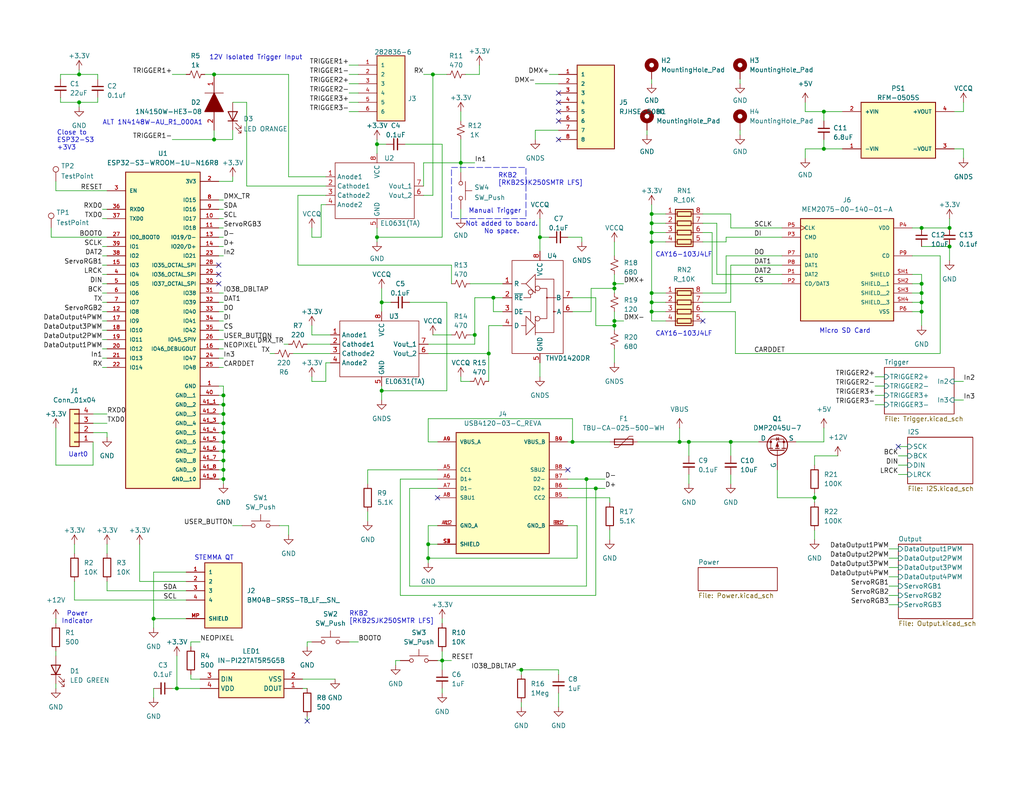
<source format=kicad_sch>
(kicad_sch (version 20231120) (generator "eeschema") (generator_version "8.0")
  (paper "A")
  (title_block (title "Codex 43") (date "2024-08-15") (rev "A") (company "Department of Alchemy"))
  (lib_symbols
    (symbol "Connector:TestPoint" (pin_numbers hide) (pin_names (offset 0.762) hide)
      (property "Reference" "TP" (at 0 6.858 0))
      (property "Value" "TestPoint" (at 0 5.08 0))
      (symbol "TestPoint_1_1"
        (pin passive line (at 0 0 90) (length 2.54) (name "1") (number "1"))
      )
    )
    (symbol "Connector_Generic:Conn_01x04" (pin_names (offset 1.016) hide)
      (property "Reference" "J" (at 0 5.08 0))
      (property "Value" "Conn_01x04" (at 0 -7.62 0))
      (symbol "Conn_01x04_1_1"
        (pin passive line (at -5.08 2.54 0) (length 3.81) (name "Pin_1") (number "1"))
        (pin passive line (at -5.08 0 0) (length 3.81) (name "Pin_2") (number "2"))
        (pin passive line (at -5.08 -2.54 0) (length 3.81) (name "Pin_3") (number "3"))
        (pin passive line (at -5.08 -5.08 0) (length 3.81) (name "Pin_4") (number "4"))
      )
    )
    (symbol "Department of Alchemy:282836-6" (pin_names (offset 1.016))
      (property "Reference" "J" (at 0 8.89 0))
      (property "Value" "282836-6" (at 0 -12.7 0))
      (symbol "282836-6_0_0"
        (pin passive line (at -5.08 5.08 0) (length 5.08) (name "1") (number "1"))
        (pin passive line (at -5.08 2.54 0) (length 5.08) (name "2") (number "2"))
        (pin passive line (at -5.08 0 0) (length 5.08) (name "3") (number "3"))
        (pin passive line (at -5.08 -2.54 0) (length 5.08) (name "4") (number "4"))
        (pin passive line (at -5.08 -5.08 0) (length 5.08) (name "5") (number "5"))
        (pin passive line (at -5.08 -7.62 0) (length 5.08) (name "6") (number "6"))
      )
    )
    (symbol "Department of Alchemy:BM04B-SRSS-TB_LF__SN_" (pin_names (offset 1.016))
      (property "Reference" "J" (at -5.08 10.922 0))
      (property "Value" "BM04B-SRSS-TB_LF__SN_" (at -5.08 -10.16 0))
      (symbol "BM04B-SRSS-TB_LF__SN__0_0"
        (pin passive line (at -10.16 7.62 0) (length 5.08) (name "1") (number "1"))
        (pin passive line (at -10.16 5.08 0) (length 5.08) (name "2") (number "2"))
        (pin passive line (at -10.16 2.54 0) (length 5.08) (name "3") (number "3"))
        (pin passive line (at -10.16 0 0) (length 5.08) (name "4") (number "4"))
      )
      (symbol "BM04B-SRSS-TB_LF__SN__1_0"
        (pin passive line (at -10.16 -5.08 0) (length 5.08) (name "SHIELD") (number "MP"))
        (pin passive line (at -10.16 -5.08 0) (length 5.08) (name "SHIELD") (number "MP"))
      )
    )
    (symbol "Department of Alchemy:DMP2045U-7" (pin_numbers hide) (pin_names (offset 0))
      (property "Reference" "Q" (at 5.08 1.27 0))
      (property "Value" "DMP2045U-7" (at 5.08 -1.27 0))
      (symbol "DMP2045U-7_1_1"
        (pin input line (at -5.08 0 0) (length 2.54) (name "G") (number "1"))
        (pin passive line (at 2.54 -5.08 90) (length 2.54) (name "S") (number "2"))
        (pin passive line (at 2.54 5.08 270) (length 2.54) (name "D") (number "3"))
      )
    )
    (symbol "Department of Alchemy:EL0631(TA)"
      (property "Reference" "U" (at -10.16 -8.89 0))
      (property "Value" "EL0631(TA)" (at 6.35 -8.89 0))
      (symbol "EL0631(TA)_1_1"
        (pin input line (at -13.97 3.81 0) (length 2.54) (name "Anode1") (number "1"))
        (pin input line (at -13.97 1.27 0) (length 2.54) (name "Cathode1") (number "2"))
        (pin input line (at -13.97 -1.27 0) (length 2.54) (name "Cathode2") (number "3"))
        (pin input line (at -13.97 -3.81 0) (length 2.54) (name "Anode2") (number "4"))
        (pin power_in line (at 0 -10.16 90) (length 2.54) (name "GND") (number "5"))
        (pin input line (at 12.7 -1.27 180) (length 2.54) (name "Vout_2") (number "6"))
        (pin input line (at 12.7 1.27 180) (length 2.54) (name "Vout_1") (number "7"))
        (pin power_in line (at 0 10.16 270) (length 2.54) (name "VCC") (number "8"))
      )
    )
    (symbol "Department of Alchemy:ESP32-S3-WROOM-1U-N16R8" (pin_names (offset 1.016))
      (property "Reference" "U" (at -10.16 31.242 0))
      (property "Value" "ESP32-S3-WROOM-1U-N16R8" (at -10.16 -58.42 0))
      (symbol "ESP32-S3-WROOM-1U-N16R8_0_0"
        (pin power_in line (at 15.24 -27.94 180) (length 5.08) (name "GND") (number "1"))
        (pin bidirectional line (at 15.24 17.78 180) (length 5.08) (name "IO17") (number "10"))
        (pin bidirectional line (at 15.24 15.24 180) (length 5.08) (name "IO18") (number "11"))
        (pin bidirectional line (at -15.24 -7.62 0) (length 5.08) (name "IO8") (number "12"))
        (pin bidirectional line (at -15.24 5.08 0) (length 5.08) (name "IO3") (number "15"))
        (pin bidirectional line (at -15.24 -10.16 0) (length 5.08) (name "IO9") (number "17"))
        (pin bidirectional line (at -15.24 -12.7 0) (length 5.08) (name "IO10") (number "18"))
        (pin bidirectional line (at -15.24 -15.24 0) (length 5.08) (name "IO11") (number "19"))
        (pin power_in line (at 15.24 27.94 180) (length 5.08) (name "3V3") (number "2"))
        (pin bidirectional line (at -15.24 -17.78 0) (length 5.08) (name "IO12") (number "20"))
        (pin bidirectional line (at -15.24 -20.32 0) (length 5.08) (name "IO13") (number "21"))
        (pin bidirectional line (at -15.24 -22.86 0) (length 5.08) (name "IO14") (number "22"))
        (pin bidirectional line (at 15.24 7.62 180) (length 5.08) (name "IO21") (number "23"))
        (pin bidirectional line (at 15.24 -20.32 180) (length 5.08) (name "IO47") (number "24"))
        (pin bidirectional line (at 15.24 -22.86 180) (length 5.08) (name "IO48") (number "25"))
        (pin input line (at -15.24 25.4 0) (length 5.08) (name "EN") (number "3"))
        (pin bidirectional line (at 15.24 -2.54 180) (length 5.08) (name "IO38") (number "31"))
        (pin bidirectional line (at 15.24 -5.08 180) (length 5.08) (name "IO39") (number "32"))
        (pin bidirectional line (at 15.24 -7.62 180) (length 5.08) (name "IO40") (number "33"))
        (pin bidirectional line (at 15.24 -10.16 180) (length 5.08) (name "IO41") (number "34"))
        (pin bidirectional line (at 15.24 -12.7 180) (length 5.08) (name "IO42") (number "35"))
        (pin bidirectional line (at -15.24 20.32 0) (length 5.08) (name "RXD0") (number "36"))
        (pin bidirectional line (at -15.24 17.78 0) (length 5.08) (name "TXD0") (number "37"))
        (pin bidirectional line (at -15.24 7.62 0) (length 5.08) (name "IO2") (number "38"))
        (pin bidirectional line (at -15.24 10.16 0) (length 5.08) (name "IO1") (number "39"))
        (pin bidirectional line (at -15.24 2.54 0) (length 5.08) (name "IO4") (number "4"))
        (pin power_in line (at 15.24 -30.48 180) (length 5.08) (name "GND__1") (number "40"))
        (pin power_in line (at 15.24 -33.02 180) (length 5.08) (name "GND__2") (number "41_1"))
        (pin power_in line (at 15.24 -35.56 180) (length 5.08) (name "GND__3") (number "41_2"))
        (pin power_in line (at 15.24 -38.1 180) (length 5.08) (name "GND__4") (number "41_3"))
        (pin power_in line (at 15.24 -40.64 180) (length 5.08) (name "GND__5") (number "41_4"))
        (pin power_in line (at 15.24 -43.18 180) (length 5.08) (name "GND__6") (number "41_5"))
        (pin power_in line (at 15.24 -45.72 180) (length 5.08) (name "GND__7") (number "41_6"))
        (pin power_in line (at 15.24 -48.26 180) (length 5.08) (name "GND__8") (number "41_7"))
        (pin power_in line (at 15.24 -50.8 180) (length 5.08) (name "GND__9") (number "41_8"))
        (pin power_in line (at 15.24 -53.34 180) (length 5.08) (name "GND__10") (number "41_9"))
        (pin bidirectional line (at -15.24 0 0) (length 5.08) (name "IO5") (number "5"))
        (pin bidirectional line (at -15.24 -2.54 0) (length 5.08) (name "IO6") (number "6"))
        (pin bidirectional line (at -15.24 -5.08 0) (length 5.08) (name "IO7") (number "7"))
        (pin bidirectional line (at 15.24 22.86 180) (length 5.08) (name "IO15") (number "8"))
        (pin bidirectional line (at 15.24 20.32 180) (length 5.08) (name "IO16") (number "9"))
      )
      (symbol "ESP32-S3-WROOM-1U-N16R8_1_0"
        (pin bidirectional line (at 15.24 12.7 180) (length 5.08) (name "IO19/D-") (number "13"))
        (pin bidirectional line (at 15.24 10.16 180) (length 5.08) (name "IO20/D+") (number "14"))
        (pin bidirectional line (at 15.24 -17.78 180) (length 5.08) (name "IO46_DEBUGOUT") (number "16"))
        (pin bidirectional line (at 15.24 -15.24 180) (length 5.08) (name "IO45_SPIV") (number "26"))
        (pin bidirectional line (at -15.24 12.7 0) (length 5.08) (name "IO0_BOOT0") (number "27"))
        (pin bidirectional line (at 15.24 5.08 180) (length 5.08) (name "IO35_OCTAL_SPI") (number "28"))
        (pin bidirectional line (at 15.24 2.54 180) (length 5.08) (name "IO36_OCTAL_SPI") (number "29"))
        (pin bidirectional line (at 15.24 0 180) (length 5.08) (name "IO37_OCTAL_SPI") (number "30"))
      )
    )
    (symbol "Department of Alchemy:IN-PI22TAT5R5G5B"
      (property "Reference" "LED" (at 24.13 7.62 0))
      (property "Value" "IN-PI22TAT5R5G5B" (at 24.13 5.08 0))
      (symbol "IN-PI22TAT5R5G5B_1_1"
        (pin passive line (at 27.94 -2.54 180) (length 5.08) (name "DOUT") (number "1"))
        (pin passive line (at 27.94 0 180) (length 5.08) (name "VSS") (number "2"))
        (pin passive line (at 0 0 0) (length 5.08) (name "DIN") (number "3"))
        (pin passive line (at 0 -2.54 0) (length 5.08) (name "VDD") (number "4"))
      )
    )
    (symbol "Department of Alchemy:MEM2075-00-140-01-A" (pin_names (offset 1.016))
      (property "Reference" "J" (at -12.7 10.795 0))
      (property "Value" "MEM2075-00-140-01-A" (at -12.7 -20.32 0))
      (symbol "MEM2075-00-140-01-A_0_0"
        (pin bidirectional line (at -17.78 -5.08 0) (length 5.08) (name "DAT2") (number "P1"))
        (pin bidirectional line (at -17.78 -7.62 0) (length 5.08) (name "CD/DAT3") (number "P2"))
        (pin bidirectional line (at -17.78 5.08 0) (length 5.08) (name "CMD") (number "P3"))
        (pin power_in line (at 17.78 7.62 180) (length 5.08) (name "VDD") (number "P4"))
        (pin bidirectional clock (at -17.78 7.62 0) (length 5.08) (name "CLK") (number "P5"))
        (pin power_in line (at 17.78 -15.24 180) (length 5.08) (name "VSS") (number "P6"))
        (pin bidirectional line (at -17.78 0 0) (length 5.08) (name "DAT0") (number "P7"))
        (pin bidirectional line (at -17.78 -2.54 0) (length 5.08) (name "DAT1") (number "P8"))
        (pin passive line (at 17.78 0 180) (length 5.08) (name "CD") (number "P9"))
        (pin power_in line (at 17.78 -5.08 180) (length 5.08) (name "SHIELD") (number "SH1"))
        (pin power_in line (at 17.78 -7.62 180) (length 5.08) (name "SHIELD__1") (number "SH2"))
        (pin power_in line (at 17.78 -10.16 180) (length 5.08) (name "SHIELD__2") (number "SH3"))
        (pin power_in line (at 17.78 -12.7 180) (length 5.08) (name "SHIELD__3") (number "SH4"))
      )
    )
    (symbol "Department of Alchemy:RFM-0505S" (pin_names (offset 1.016))
      (property "Reference" "PS" (at -10.16 8.89 0))
      (property "Value" "RFM-0505S" (at -10.16 -10.16 0))
      (symbol "RFM-0505S_0_0"
        (pin input line (at -15.24 -5.08 0) (length 5.08) (name "-VIN") (number "1"))
        (pin input line (at -15.24 5.08 0) (length 5.08) (name "+VIN") (number "2"))
        (pin output line (at 15.24 -5.08 180) (length 5.08) (name "-VOUT") (number "3"))
        (pin output line (at 15.24 5.08 180) (length 5.08) (name "+VOUT") (number "4"))
      )
    )
    (symbol "Department of Alchemy:RJHSE-5080" (pin_names (offset 1.016))
      (property "Reference" "J" (at -5.08 11.43 0))
      (property "Value" "RJHSE-5080" (at -5.08 -15.24 0))
      (symbol "RJHSE-5080_0_0"
        (pin passive line (at -10.16 7.62 0) (length 5.08) (name "1") (number "1"))
        (pin passive line (at -10.16 5.08 0) (length 5.08) (name "2") (number "2"))
        (pin passive line (at -10.16 2.54 0) (length 5.08) (name "3") (number "3"))
        (pin passive line (at -10.16 0 0) (length 5.08) (name "4") (number "4"))
        (pin passive line (at -10.16 -2.54 0) (length 5.08) (name "5") (number "5"))
        (pin passive line (at -10.16 -5.08 0) (length 5.08) (name "6") (number "6"))
        (pin passive line (at -10.16 -7.62 0) (length 5.08) (name "7") (number "7"))
        (pin passive line (at -10.16 -10.16 0) (length 5.08) (name "8") (number "8"))
      )
    )
    (symbol "Department of Alchemy:THVD14x0"
      (property "Reference" "U" (at -6.35 -15.24 0))
      (property "Value" "THVD1420DR" (at 7.62 -15.24 0))
      (symbol "THVD14x0_1_1"
        (pin output line (at -10.16 5.08 0) (length 2.54) (name "R") (number "1"))
        (pin input line (at -10.16 1.27 0) (length 2.54) (name "~{RE}") (number "2"))
        (pin input line (at -10.16 -2.54 0) (length 2.54) (name "DE") (number "3"))
        (pin input line (at -10.16 -6.35 0) (length 2.54) (name "D") (number "4"))
        (pin power_in line (at 0 -16.51 90) (length 2.54) (name "GND") (number "5"))
        (pin bidirectional line (at 8.89 -2.54 180) (length 2.54) (name "A") (number "6"))
        (pin bidirectional line (at 8.89 1.27 180) (length 2.54) (name "B") (number "7"))
        (pin power_in line (at 0 13.97 270) (length 2.54) (name "VCC") (number "8"))
      )
    )
    (symbol "Department of Alchemy:USB4120-03-C_REVA" (pin_names (offset 1.016))
      (property "Reference" "J" (at -12.7 16.002 0))
      (property "Value" "USB4120-03-C_REVA" (at -12.7 -18.542 0))
      (symbol "USB4120-03-C_REVA_0_0"
        (pin power_in line (at -17.78 -10.16 0) (length 5.08) (name "GND_A") (number "A1"))
        (pin power_in line (at -17.78 -10.16 0) (length 5.08) (name "GND_A") (number "A12"))
        (pin power_in line (at -17.78 12.7 0) (length 5.08) (name "VBUS_A") (number "A4"))
        (pin bidirectional line (at -17.78 5.08 0) (length 5.08) (name "CC1") (number "A5"))
        (pin bidirectional line (at -17.78 2.54 0) (length 5.08) (name "D1+") (number "A6"))
        (pin bidirectional line (at -17.78 0 0) (length 5.08) (name "D1-") (number "A7"))
        (pin bidirectional line (at -17.78 -2.54 0) (length 5.08) (name "SBU1") (number "A8"))
        (pin power_in line (at -17.78 12.7 0) (length 5.08) (name "VBUS_A") (number "A9"))
        (pin power_in line (at 17.78 -10.16 180) (length 5.08) (name "GND_B") (number "B1"))
        (pin power_in line (at 17.78 -10.16 180) (length 5.08) (name "GND_B") (number "B12"))
        (pin power_in line (at 17.78 12.7 180) (length 5.08) (name "VBUS_B") (number "B4"))
        (pin bidirectional line (at 17.78 -2.54 180) (length 5.08) (name "CC2") (number "B5"))
        (pin bidirectional line (at 17.78 0 180) (length 5.08) (name "D2+") (number "B6"))
        (pin bidirectional line (at 17.78 2.54 180) (length 5.08) (name "D2-") (number "B7"))
        (pin bidirectional line (at 17.78 5.08 180) (length 5.08) (name "SBU2") (number "B8"))
        (pin power_in line (at 17.78 12.7 180) (length 5.08) (name "VBUS_B") (number "B9"))
        (pin passive line (at -17.78 -15.24 0) (length 5.08) (name "SHIELD") (number "S1"))
        (pin passive line (at -17.78 -15.24 0) (length 5.08) (name "SHIELD") (number "S2"))
        (pin passive line (at -17.78 -15.24 0) (length 5.08) (name "SHIELD") (number "S3"))
        (pin passive line (at -17.78 -15.24 0) (length 5.08) (name "SHIELD") (number "S4"))
      )
    )
    (symbol "Device:C_Small" (pin_numbers hide) (pin_names (offset 0.254) hide)
      (property "Reference" "C" (at 0.254 1.778 0))
      (property "Value" "C_Small" (at 0.254 -2.032 0))
      (symbol "C_Small_1_1"
        (pin passive line (at 0 2.54 270) (length 2.032) (name "~") (number "1"))
        (pin passive line (at 0 -2.54 90) (length 2.032) (name "~") (number "2"))
      )
    )
    (symbol "Device:LED" (pin_numbers hide) (pin_names (offset 1.016) hide)
      (property "Reference" "D" (at 0 2.54 0))
      (property "Value" "LED" (at 0 -2.54 0))
      (symbol "LED_1_1"
        (pin passive line (at -3.81 0 0) (length 2.54) (name "K") (number "1"))
        (pin passive line (at 3.81 0 180) (length 2.54) (name "A") (number "2"))
      )
    )
    (symbol "Device:R" (pin_numbers hide) (pin_names (offset 0))
      (property "Reference" "R" (at 2.032 0 90))
      (property "Value" "R" (at 0 0 90))
      (symbol "R_1_1"
        (pin passive line (at 0 3.81 270) (length 1.27) (name "~") (number "1"))
        (pin passive line (at 0 -3.81 90) (length 1.27) (name "~") (number "2"))
      )
    )
    (symbol "Device:R_Pack04" (pin_names (offset 0) hide)
      (property "Reference" "RN" (at -7.62 0 90))
      (property "Value" "R_Pack04" (at 5.08 0 90))
      (symbol "R_Pack04_1_1"
        (pin passive line (at -5.08 -5.08 90) (length 2.54) (name "R1.1") (number "1"))
        (pin passive line (at -2.54 -5.08 90) (length 2.54) (name "R2.1") (number "2"))
        (pin passive line (at 0 -5.08 90) (length 2.54) (name "R3.1") (number "3"))
        (pin passive line (at 2.54 -5.08 90) (length 2.54) (name "R4.1") (number "4"))
        (pin passive line (at 2.54 5.08 270) (length 2.54) (name "R4.2") (number "5"))
        (pin passive line (at 0 5.08 270) (length 2.54) (name "R3.2") (number "6"))
        (pin passive line (at -2.54 5.08 270) (length 2.54) (name "R2.2") (number "7"))
        (pin passive line (at -5.08 5.08 270) (length 2.54) (name "R1.2") (number "8"))
      )
    )
    (symbol "Device:R_Small_US" (pin_numbers hide) (pin_names (offset 0.254) hide)
      (property "Reference" "R" (at 0.762 0.508 0))
      (property "Value" "R_Small_US" (at 0.762 -1.016 0))
      (symbol "R_Small_US_1_1"
        (pin passive line (at 0 2.54 270) (length 1.016) (name "~") (number "1"))
        (pin passive line (at 0 -2.54 90) (length 1.016) (name "~") (number "2"))
      )
    )
    (symbol "EL0631(TA)_1"
      (property "Reference" "U" (at -10.16 -8.89 0))
      (property "Value" "EL0631(TA)" (at 6.35 -8.89 0))
      (symbol "EL0631(TA)_1_1_1"
        (pin input line (at -13.97 3.81 0) (length 2.54) (name "Anode1") (number "1"))
        (pin input line (at -13.97 1.27 0) (length 2.54) (name "Cathode1") (number "2"))
        (pin input line (at -13.97 -1.27 0) (length 2.54) (name "Cathode2") (number "3"))
        (pin input line (at -13.97 -3.81 0) (length 2.54) (name "Anode2") (number "4"))
        (pin power_in line (at 0 -10.16 90) (length 2.54) (name "GND") (number "5"))
        (pin input line (at 12.7 -1.27 180) (length 2.54) (name "Vout_2") (number "6"))
        (pin input line (at 12.7 1.27 180) (length 2.54) (name "Vout_1") (number "7"))
        (pin power_in line (at 0 10.16 270) (length 2.54) (name "VCC") (number "8"))
      )
    )
    (symbol "Mechanical:MountingHole_Pad" (pin_numbers hide) (pin_names (offset 1.016) hide) (exclude_from_sim yes) (in_bom no)
      (property "Reference" "H" (at 0 6.35 0))
      (property "Value" "MountingHole_Pad" (at 0 4.445 0))
      (symbol "MountingHole_Pad_1_1"
        (pin input line (at 0 -2.54 90) (length 2.54) (name "1") (number "1"))
      )
    )
    (symbol "Power_Protection:TBU-CA-025-500-WH" (pin_numbers hide) (pin_names (offset 0))
      (property "Reference" "F" (at -2.54 0 90))
      (property "Value" "TBU-CA-025-500-WH" (at 2.54 0 90))
      (symbol "TBU-CA-025-500-WH_1_1"
        (pin passive line (at 0 3.81 270) (length 1.27) (name "~") (number "1"))
        (pin no_connect line (at -1.27 2.54 270) (length 1.27) hide (name "2") (number "2"))
        (pin passive line (at 0 -3.81 90) (length 1.27) (name "~") (number "3"))
      )
    )
    (symbol "Switch:SW_Push" (pin_numbers hide) (pin_names (offset 1.016) hide)
      (property "Reference" "SW" (at 1.27 2.54 0))
      (property "Value" "SW_Push" (at 0 -1.524 0))
      (symbol "SW_Push_0_1"
        (pin passive line (at -5.08 0 0) (length 2.54) (name "1") (number "1"))
        (pin passive line (at 5.08 0 180) (length 2.54) (name "2") (number "2"))
      )
    )
    (symbol "VBUS_1" (power) (pin_numbers hide) (pin_names (offset 0) hide)
      (property "Value" "VBUS" (at 0 3.556 0))
      (symbol "VBUS_1_1_1"
        (pin power_in line (at 0 0 90) (length 0) (name "~") (number "1"))
      )
    )
    (symbol "doa-symbol-library:S1GTR" (pin_names (offset 0.762))
      (property "Reference" "D" (at 6.35 6.35 0))
      (property "Value" "S1GTR" (at 6.35 3.81 0))
      (symbol "S1GTR_0_0"
        (pin passive line (at 0 0 0) (length 5.08) (name "~") (number "1"))
        (pin passive line (at 15.24 0 180) (length 5.08) (name "~") (number "2"))
      )
    )
    (symbol "power:+12V" (power) (pin_numbers hide) (pin_names (offset 0) hide)
      (property "Value" "+12V" (at 0 3.556 0))
      (symbol "+12V_1_1"
        (pin power_in line (at 0 0 90) (length 0) (name "~") (number "1"))
      )
    )
    (symbol "power:+3.3V" (power) (pin_names (offset 0))
      (property "Value" "+3.3V" (at 0 3.556 0))
      (symbol "+3.3V_1_1"
        (pin power_in line (at 0 0 90) (length 0) hide (name "+3V3") (number "1"))
      )
    )
    (symbol "power:+5V" (power) (pin_numbers hide) (pin_names (offset 0) hide)
      (property "Value" "+5V" (at 0 3.556 0))
      (symbol "+5V_1_1"
        (pin power_in line (at 0 0 90) (length 0) (name "~") (number "1"))
      )
    )
    (symbol "power:GND" (power) (pin_names (offset 0))
      (property "Value" "GND" (at 0 -3.81 0))
      (symbol "GND_1_1"
        (pin power_in line (at 0 0 270) (length 0) hide (name "GND") (number "1"))
      )
    )
    (symbol "power:GNDS" (power) (pin_names (offset 0))
      (property "Value" "GNDS" (at 0 -3.81 0))
      (symbol "GNDS_1_1"
        (pin power_in line (at 0 0 270) (length 0) hide (name "GNDS") (number "1"))
      )
    )
    (symbol "power:VCCQ" (power) (pin_names (offset 0))
      (property "Value" "VCCQ" (at 0 3.81 0))
      (symbol "VCCQ_1_1"
        (pin power_in line (at 0 0 90) (length 0) hide (name "VCCQ") (number "1"))
      )
    )
  )
  (junction (at 60.96 115.57))
  (junction (at 187.96 120.65))
  (junction (at 60.96 125.73))
  (junction (at 133.35 96.52))
  (junction (at 251.46 80.01))
  (junction (at 58.42 20.32))
  (junction (at 224.79 40.64))
  (junction (at 116.84 148.59))
  (junction (at 177.8 58.42))
  (junction (at 41.91 168.91))
  (junction (at 129.54 91.44))
  (junction (at 160.02 130.81))
  (junction (at 251.46 62.23))
  (junction (at 224.79 30.48))
  (junction (at 185.42 120.65))
  (junction (at 259.08 67.31))
  (junction (at 167.64 88.9))
  (junction (at 125.73 44.45))
  (junction (at 60.96 107.95))
  (junction (at 162.56 133.35))
  (junction (at 251.46 82.55))
  (junction (at 134.62 81.28))
  (junction (at 156.21 120.65))
  (junction (at 60.96 110.49))
  (junction (at 177.8 80.01))
  (junction (at 104.14 82.55))
  (junction (at 167.64 78.74))
  (junction (at 177.8 63.5))
  (junction (at 102.87 39.37))
  (junction (at 21.59 27.94))
  (junction (at 58.42 38.1))
  (junction (at 60.96 118.11))
  (junction (at 118.11 20.32))
  (junction (at 21.59 20.32))
  (junction (at 60.96 123.19))
  (junction (at 48.26 187.96))
  (junction (at 199.39 120.65))
  (junction (at 147.32 64.77))
  (junction (at 167.64 77.47))
  (junction (at 60.96 128.27))
  (junction (at 102.87 64.77))
  (junction (at 60.96 120.65))
  (junction (at 177.8 82.55))
  (junction (at 251.46 85.09))
  (junction (at 120.65 180.34))
  (junction (at 177.8 60.96))
  (junction (at 60.96 113.03))
  (junction (at 104.14 106.68))
  (junction (at 259.08 62.23))
  (junction (at 177.8 66.04))
  (junction (at 222.25 135.89))
  (junction (at 251.46 77.47))
  (junction (at 142.24 182.88))
  (junction (at 167.64 87.63))
  (junction (at 177.8 85.09))
  (junction (at 116.84 152.4))
  (junction (at 60.96 130.81))
  (no_connect (at 59.69 74.93))
  (no_connect (at 152.4 27.94))
  (no_connect (at 59.69 77.47))
  (no_connect (at 154.94 128.27))
  (no_connect (at 152.4 25.4))
  (no_connect (at 152.4 38.1))
  (no_connect (at 191.77 87.63))
  (no_connect (at 245.11 121.92))
  (no_connect (at 83.82 196.85))
  (no_connect (at 152.4 33.02))
  (no_connect (at 152.4 30.48))
  (no_connect (at 119.38 135.89))
  (no_connect (at 59.69 72.39))
  (wire (pts (xy 118.11 91.44) (xy 123.19 91.44)))
  (wire (pts (xy 102.87 62.23) (xy 102.87 64.77)))
  (wire (pts (xy 27.94 59.69) (xy 29.21 59.69)))
  (wire (pts (xy 13.97 62.23) (xy 13.97 64.77)))
  (wire (pts (xy 245.11 127) (xy 247.65 127)))
  (wire (pts (xy 48.26 187.96) (xy 54.61 187.96)))
  (wire (pts (xy 80.01 96.52) (xy 90.17 96.52)))
  (wire (pts (xy 102.87 39.37) (xy 105.41 39.37)))
  (wire (pts (xy 59.69 90.17) (xy 60.96 90.17)))
  (wire (pts (xy 120.65 39.37) (xy 120.65 64.77)))
  (wire (pts (xy 16.51 21.59) (xy 16.51 20.32)))
  (wire (pts (xy 41.91 187.96) (xy 41.91 190.5)))
  (wire (pts (xy 60.96 120.65) (xy 60.96 123.19)))
  (wire (pts (xy 25.4 115.57) (xy 29.21 115.57)))
  (wire (pts (xy 187.96 129.54) (xy 187.96 132.08)))
  (wire (pts (xy 102.87 39.37) (xy 102.87 41.91)))
  (wire (pts (xy 104.14 106.68) (xy 104.14 109.22)))
  (wire (pts (xy 50.8 156.21) (xy 41.91 156.21)))
  (wire (pts (xy 166.37 135.89) (xy 166.37 137.16)))
  (wire (pts (xy 149.86 20.32) (xy 152.4 20.32)))
  (wire (pts (xy 185.42 116.84) (xy 185.42 120.65)))
  (wire (pts (xy 262.89 43.18) (xy 262.89 40.64)))
  (wire (pts (xy 152.4 189.23) (xy 152.4 193.04)))
  (wire (pts (xy 251.46 62.23) (xy 259.08 62.23)))
  (wire (pts (xy 224.79 38.1) (xy 224.79 40.64)))
  (wire (pts (xy 82.55 185.42) (xy 91.44 185.42)))
  (wire (pts (xy 167.64 88.9) (xy 167.64 90.17)))
  (wire (pts (xy 125.73 102.87) (xy 125.73 104.14)))
  (wire (pts (xy 147.32 99.06) (xy 147.32 102.87)))
  (wire (pts (xy 76.2 143.51) (xy 78.74 143.51)))
  (wire (pts (xy 59.69 123.19) (xy 60.96 123.19)))
  (wire (pts (xy 167.64 87.63) (xy 167.64 88.9)))
  (wire (pts (xy 137.16 81.28) (xy 134.62 81.28)))
  (wire (pts (xy 85.09 62.23) (xy 85.09 64.77)))
  (wire (pts (xy 242.57 152.4) (xy 245.11 152.4)))
  (wire (pts (xy 110.49 39.37) (xy 120.65 39.37)))
  (wire (pts (xy 167.64 77.47) (xy 167.64 78.74)))
  (wire (pts (xy 251.46 74.93) (xy 251.46 77.47)))
  (wire (pts (xy 85.09 91.44) (xy 90.17 91.44)))
  (wire (pts (xy 120.65 177.8) (xy 120.65 180.34)))
  (wire (pts (xy 201.93 35.56) (xy 201.93 36.83)))
  (wire (pts (xy 16.51 20.32) (xy 21.59 20.32)))
  (wire (pts (xy 63.5 143.51) (xy 66.04 143.51)))
  (wire (pts (xy 120.65 180.34) (xy 123.19 180.34)))
  (wire (pts (xy 137.16 88.9) (xy 133.35 88.9)))
  (wire (pts (xy 199.39 62.23) (xy 199.39 58.42)))
  (wire (pts (xy 248.92 85.09) (xy 251.46 85.09)))
  (wire (pts (xy 222.25 144.78) (xy 222.25 147.32)))
  (wire (pts (xy 125.73 44.45) (xy 129.54 44.45)))
  (wire (pts (xy 27.94 97.79) (xy 29.21 97.79)))
  (wire (pts (xy 109.22 130.81) (xy 109.22 162.56)))
  (wire (pts (xy 59.69 57.15) (xy 60.96 57.15)))
  (wire (pts (xy 140.97 182.88) (xy 142.24 182.88)))
  (wire (pts (xy 248.92 69.85) (xy 256.54 69.85)))
  (wire (pts (xy 116.84 143.51) (xy 119.38 143.51)))
  (wire (pts (xy 29.21 148.59) (xy 29.21 151.13)))
  (wire (pts (xy 125.73 30.48) (xy 125.73 33.02)))
  (wire (pts (xy 104.14 78.74) (xy 104.14 82.55)))
  (wire (pts (xy 224.79 30.48) (xy 219.71 30.48)))
  (wire (pts (xy 25.4 120.65) (xy 25.4 127)))
  (wire (pts (xy 115.57 50.8) (xy 115.57 44.45)))
  (wire (pts (xy 15.24 177.8) (xy 15.24 179.07)))
  (wire (pts (xy 161.29 85.09) (xy 161.29 78.74)))
  (wire (pts (xy 176.53 35.56) (xy 176.53 36.83)))
  (wire (pts (xy 262.89 27.94) (xy 262.89 30.48)))
  (wire (pts (xy 160.02 130.81) (xy 154.94 130.81)))
  (wire (pts (xy 111.76 160.02) (xy 160.02 160.02)))
  (wire (pts (xy 222.25 124.46) (xy 222.25 127)))
  (wire (pts (xy 104.14 82.55) (xy 104.14 85.09)))
  (wire (pts (xy 95.25 17.78) (xy 97.79 17.78)))
  (wire (pts (xy 26.67 21.59) (xy 26.67 20.32)))
  (wire (pts (xy 95.25 175.26) (xy 97.79 175.26)))
  (wire (pts (xy 167.64 77.47) (xy 170.18 77.47)))
  (wire (pts (xy 242.57 154.94) (xy 245.11 154.94)))
  (wire (pts (xy 154.94 135.89) (xy 166.37 135.89)))
  (wire (pts (xy 160.02 160.02) (xy 160.02 130.81)))
  (wire (pts (xy 256.54 96.52) (xy 200.66 96.52)))
  (wire (pts (xy 213.36 69.85) (xy 198.12 69.85)))
  (wire (pts (xy 120.65 64.77) (xy 102.87 64.77)))
  (wire (pts (xy 41.91 156.21) (xy 41.91 168.91)))
  (wire (pts (xy 245.11 121.92) (xy 247.65 121.92)))
  (wire (pts (xy 152.4 184.15) (xy 152.4 182.88)))
  (wire (pts (xy 46.99 20.32) (xy 50.8 20.32)))
  (wire (pts (xy 198.12 80.01) (xy 191.77 80.01)))
  (wire (pts (xy 85.09 64.77) (xy 87.63 64.77)))
  (wire (pts (xy 191.77 60.96) (xy 195.58 60.96)))
  (wire (pts (xy 116.84 96.52) (xy 133.35 96.52)))
  (wire (pts (xy 248.92 77.47) (xy 251.46 77.47)))
  (wire (pts (xy 238.76 102.87) (xy 241.3 102.87)))
  (wire (pts (xy 116.84 148.59) (xy 119.38 148.59)))
  (wire (pts (xy 81.28 53.34) (xy 88.9 53.34)))
  (wire (pts (xy 177.8 85.09) (xy 177.8 82.55)))
  (wire (pts (xy 238.76 105.41) (xy 241.3 105.41)))
  (wire (pts (xy 213.36 72.39) (xy 199.39 72.39)))
  (wire (pts (xy 260.35 104.14) (xy 262.89 104.14)))
  (wire (pts (xy 27.94 69.85) (xy 29.21 69.85)))
  (wire (pts (xy 127 20.32) (xy 130.81 20.32)))
  (wire (pts (xy 109.22 180.34) (xy 107.95 180.34)))
  (wire (pts (xy 142.24 191.77) (xy 142.24 193.04)))
  (wire (pts (xy 88.9 99.06) (xy 88.9 104.14)))
  (wire (pts (xy 13.97 64.77) (xy 29.21 64.77)))
  (wire (pts (xy 104.14 82.55) (xy 106.68 82.55)))
  (wire (pts (xy 27.94 74.93) (xy 29.21 74.93)))
  (wire (pts (xy 27.94 77.47) (xy 29.21 77.47)))
  (wire (pts (xy 129.54 91.44) (xy 128.27 91.44)))
  (wire (pts (xy 198.12 64.77) (xy 213.36 64.77)))
  (wire (pts (xy 59.69 54.61) (xy 60.96 54.61)))
  (wire (pts (xy 60.96 128.27) (xy 60.96 130.81)))
  (wire (pts (xy 199.39 82.55) (xy 191.77 82.55)))
  (wire (pts (xy 58.42 20.32) (xy 78.74 20.32)))
  (wire (pts (xy 59.69 49.53) (xy 63.5 49.53)))
  (wire (pts (xy 167.64 78.74) (xy 167.64 80.01)))
  (wire (pts (xy 46.99 187.96) (xy 48.26 187.96)))
  (wire (pts (xy 60.96 105.41) (xy 60.96 107.95)))
  (wire (pts (xy 245.11 124.46) (xy 247.65 124.46)))
  (wire (pts (xy 111.76 82.55) (xy 121.92 82.55)))
  (wire (pts (xy 185.42 120.65) (xy 173.99 120.65)))
  (wire (pts (xy 59.69 107.95) (xy 60.96 107.95)))
  (wire (pts (xy 199.39 120.65) (xy 207.01 120.65)))
  (wire (pts (xy 27.94 90.17) (xy 29.21 90.17)))
  (wire (pts (xy 73.66 96.52) (xy 74.93 96.52)))
  (wire (pts (xy 194.31 77.47) (xy 213.36 77.47)))
  (wire (pts (xy 219.71 40.64) (xy 224.79 40.64)))
  (wire (pts (xy 58.42 35.56) (xy 58.42 38.1)))
  (wire (pts (xy 100.33 128.27) (xy 119.38 128.27)))
  (wire (pts (xy 20.32 148.59) (xy 20.32 151.13)))
  (wire (pts (xy 219.71 30.48) (xy 219.71 27.94)))
  (wire (pts (xy 115.57 44.45) (xy 125.73 44.45)))
  (wire (pts (xy 219.71 43.18) (xy 219.71 40.64)))
  (wire (pts (xy 162.56 162.56) (xy 162.56 133.35)))
  (wire (pts (xy 185.42 120.65) (xy 187.96 120.65)))
  (wire (pts (xy 160.02 130.81) (xy 165.1 130.81)))
  (wire (pts (xy 38.1 158.75) (xy 38.1 148.59)))
  (wire (pts (xy 134.62 85.09) (xy 134.62 81.28)))
  (wire (pts (xy 248.92 82.55) (xy 251.46 82.55)))
  (wire (pts (xy 26.67 27.94) (xy 21.59 27.94)))
  (wire (pts (xy 162.56 133.35) (xy 165.1 133.35)))
  (wire (pts (xy 78.74 20.32) (xy 78.74 48.26)))
  (wire (pts (xy 154.94 143.51) (xy 157.48 143.51)))
  (wire (pts (xy 116.84 114.3) (xy 156.21 114.3)))
  (wire (pts (xy 15.24 168.91) (xy 15.24 170.18)))
  (wire (pts (xy 59.69 82.55) (xy 60.96 82.55)))
  (wire (pts (xy 152.4 182.88) (xy 142.24 182.88)))
  (wire (pts (xy 162.56 133.35) (xy 154.94 133.35)))
  (wire (pts (xy 129.54 93.98) (xy 129.54 91.44)))
  (wire (pts (xy 116.84 93.98) (xy 129.54 93.98)))
  (wire (pts (xy 59.69 80.01) (xy 60.96 80.01)))
  (wire (pts (xy 78.74 143.51) (xy 78.74 146.05)))
  (wire (pts (xy 52.07 175.26) (xy 52.07 176.53)))
  (wire (pts (xy 25.4 113.03) (xy 29.21 113.03)))
  (wire (pts (xy 187.96 120.65) (xy 187.96 124.46)))
  (wire (pts (xy 60.96 118.11) (xy 60.96 120.65)))
  (wire (pts (xy 78.74 48.26) (xy 88.9 48.26)))
  (wire (pts (xy 167.64 66.04) (xy 167.64 69.85)))
  (wire (pts (xy 54.61 175.26) (xy 52.07 175.26)))
  (wire (pts (xy 60.96 110.49) (xy 60.96 113.03)))
  (wire (pts (xy 129.54 81.28) (xy 129.54 91.44)))
  (wire (pts (xy 59.69 97.79) (xy 60.96 97.79)))
  (wire (pts (xy 251.46 67.31) (xy 259.08 67.31)))
  (wire (pts (xy 50.8 168.91) (xy 41.91 168.91)))
  (wire (pts (xy 198.12 69.85) (xy 198.12 80.01)))
  (wire (pts (xy 262.89 30.48) (xy 260.35 30.48)))
  (wire (pts (xy 15.24 52.07) (xy 29.21 52.07)))
  (wire (pts (xy 85.09 104.14) (xy 85.09 102.87)))
  (wire (pts (xy 59.69 62.23) (xy 60.96 62.23)))
  (wire (pts (xy 147.32 64.77) (xy 149.86 64.77)))
  (wire (pts (xy 59.69 118.11) (xy 60.96 118.11)))
  (wire (pts (xy 177.8 60.96) (xy 177.8 58.42)))
  (wire (pts (xy 60.96 113.03) (xy 60.96 115.57)))
  (wire (pts (xy 118.11 53.34) (xy 118.11 20.32)))
  (wire (pts (xy 199.39 120.65) (xy 199.39 124.46)))
  (wire (pts (xy 248.92 80.01) (xy 251.46 80.01)))
  (wire (pts (xy 85.09 88.9) (xy 85.09 91.44)))
  (wire (pts (xy 81.28 72.39) (xy 81.28 53.34)))
  (wire (pts (xy 199.39 72.39) (xy 199.39 82.55)))
  (wire (pts (xy 59.69 125.73) (xy 60.96 125.73)))
  (wire (pts (xy 63.5 35.56) (xy 63.5 38.1)))
  (wire (pts (xy 156.21 85.09) (xy 161.29 85.09)))
  (wire (pts (xy 55.88 20.32) (xy 58.42 20.32)))
  (wire (pts (xy 125.73 38.1) (xy 125.73 44.45)))
  (wire (pts (xy 242.57 157.48) (xy 245.11 157.48)))
  (wire (pts (xy 194.31 77.47) (xy 194.31 63.5)))
  (wire (pts (xy 142.24 182.88) (xy 142.24 184.15)))
  (wire (pts (xy 177.8 82.55) (xy 177.8 80.01)))
  (wire (pts (xy 177.8 55.88) (xy 177.8 58.42)))
  (wire (pts (xy 27.94 92.71) (xy 29.21 92.71)))
  (wire (pts (xy 27.94 57.15) (xy 29.21 57.15)))
  (wire (pts (xy 60.96 115.57) (xy 60.96 118.11)))
  (wire (pts (xy 181.61 63.5) (xy 177.8 63.5)))
  (wire (pts (xy 95.25 30.48) (xy 97.79 30.48)))
  (wire (pts (xy 59.69 105.41) (xy 60.96 105.41)))
  (wire (pts (xy 27.94 100.33) (xy 29.21 100.33)))
  (wire (pts (xy 120.65 168.91) (xy 120.65 170.18)))
  (wire (pts (xy 133.35 88.9) (xy 133.35 96.52)))
  (wire (pts (xy 119.38 120.65) (xy 116.84 120.65)))
  (wire (pts (xy 177.8 87.63) (xy 177.8 85.09)))
  (wire (pts (xy 83.82 196.85) (xy 83.82 195.58)))
  (wire (pts (xy 201.93 21.59) (xy 201.93 22.86)))
  (wire (pts (xy 177.8 58.42) (xy 181.61 58.42)))
  (wire (pts (xy 60.96 130.81) (xy 60.96 132.08)))
  (wire (pts (xy 87.63 64.77) (xy 87.63 55.88)))
  (wire (pts (xy 120.65 180.34) (xy 120.65 182.88)))
  (wire (pts (xy 224.79 30.48) (xy 224.79 33.02)))
  (wire (pts (xy 102.87 64.77) (xy 102.87 66.04)))
  (wire (pts (xy 107.95 180.34) (xy 107.95 181.61)))
  (wire (pts (xy 248.92 62.23) (xy 251.46 62.23)))
  (wire (pts (xy 128.27 77.47) (xy 137.16 77.47)))
  (wire (pts (xy 195.58 74.93) (xy 195.58 60.96)))
  (wire (pts (xy 146.05 35.56) (xy 146.05 38.1)))
  (wire (pts (xy 59.69 113.03) (xy 60.96 113.03)))
  (wire (pts (xy 60.96 123.19) (xy 60.96 125.73)))
  (wire (pts (xy 26.67 20.32) (xy 21.59 20.32)))
  (wire (pts (xy 67.31 50.8) (xy 88.9 50.8)))
  (wire (pts (xy 27.94 82.55) (xy 29.21 82.55)))
  (wire (pts (xy 85.09 175.26) (xy 83.82 175.26)))
  (wire (pts (xy 251.46 77.47) (xy 251.46 80.01)))
  (wire (pts (xy 59.69 95.25) (xy 60.96 95.25)))
  (wire (pts (xy 25.4 118.11) (xy 29.21 118.11)))
  (wire (pts (xy 27.94 80.01) (xy 29.21 80.01)))
  (wire (pts (xy 15.24 127) (xy 15.24 116.84)))
  (wire (pts (xy 20.32 163.83) (xy 20.32 158.75)))
  (wire (pts (xy 15.24 49.53) (xy 15.24 52.07)))
  (wire (pts (xy 27.94 67.31) (xy 29.21 67.31)))
  (wire (pts (xy 177.8 21.59) (xy 177.8 22.86)))
  (wire (pts (xy 181.61 66.04) (xy 177.8 66.04)))
  (wire (pts (xy 27.94 85.09) (xy 29.21 85.09)))
  (wire (pts (xy 242.57 162.56) (xy 245.11 162.56)))
  (wire (pts (xy 60.96 107.95) (xy 60.96 110.49)))
  (wire (pts (xy 222.25 134.62) (xy 222.25 135.89)))
  (wire (pts (xy 88.9 104.14) (xy 85.09 104.14)))
  (wire (pts (xy 157.48 152.4) (xy 116.84 152.4)))
  (wire (pts (xy 256.54 69.85) (xy 256.54 96.52)))
  (wire (pts (xy 104.14 106.68) (xy 104.14 105.41)))
  (wire (pts (xy 212.09 135.89) (xy 222.25 135.89)))
  (wire (pts (xy 156.21 120.65) (xy 166.37 120.65)))
  (wire (pts (xy 200.66 96.52) (xy 200.66 85.09)))
  (wire (pts (xy 21.59 20.32) (xy 21.59 19.05)))
  (wire (pts (xy 67.31 27.94) (xy 67.31 50.8)))
  (wire (pts (xy 83.82 93.98) (xy 90.17 93.98)))
  (wire (pts (xy 59.69 69.85) (xy 60.96 69.85)))
  (wire (pts (xy 41.91 168.91) (xy 41.91 171.45)))
  (wire (pts (xy 111.76 133.35) (xy 111.76 160.02)))
  (wire (pts (xy 123.19 72.39) (xy 81.28 72.39)))
  (wire (pts (xy 87.63 55.88) (xy 88.9 55.88)))
  (wire (pts (xy 116.84 153.67) (xy 116.84 152.4)))
  (wire (pts (xy 104.14 106.68) (xy 121.92 106.68)))
  (wire (pts (xy 222.25 135.89) (xy 222.25 137.16)))
  (wire (pts (xy 152.4 35.56) (xy 146.05 35.56)))
  (wire (pts (xy 83.82 175.26) (xy 83.82 176.53)))
  (wire (pts (xy 125.73 57.15) (xy 125.73 59.69)))
  (wire (pts (xy 95.25 27.94) (xy 97.79 27.94)))
  (wire (pts (xy 191.77 66.04) (xy 198.12 66.04)))
  (wire (pts (xy 116.84 120.65) (xy 116.84 114.3)))
  (wire (pts (xy 95.25 25.4) (xy 97.79 25.4)))
  (wire (pts (xy 242.57 160.02) (xy 245.11 160.02)))
  (wire (pts (xy 59.69 128.27) (xy 60.96 128.27)))
  (wire (pts (xy 242.57 165.1) (xy 245.11 165.1)))
  (wire (pts (xy 95.25 20.32) (xy 97.79 20.32)))
  (wire (pts (xy 59.69 130.81) (xy 60.96 130.81)))
  (wire (pts (xy 29.21 161.29) (xy 29.21 158.75)))
  (wire (pts (xy 161.29 78.74) (xy 167.64 78.74)))
  (wire (pts (xy 109.22 162.56) (xy 162.56 162.56)))
  (wire (pts (xy 63.5 49.53) (xy 63.5 48.26)))
  (wire (pts (xy 167.64 95.25) (xy 167.64 99.06)))
  (wire (pts (xy 116.84 152.4) (xy 116.84 148.59)))
  (wire (pts (xy 154.94 64.77) (xy 158.75 64.77)))
  (wire (pts (xy 181.61 85.09) (xy 177.8 85.09)))
  (wire (pts (xy 59.69 110.49) (xy 60.96 110.49)))
  (wire (pts (xy 100.33 132.08) (xy 100.33 128.27)))
  (wire (pts (xy 16.51 27.94) (xy 21.59 27.94)))
  (wire (pts (xy 213.36 62.23) (xy 199.39 62.23)))
  (wire (pts (xy 248.92 74.93) (xy 251.46 74.93)))
  (wire (pts (xy 59.69 115.57) (xy 60.96 115.57)))
  (wire (pts (xy 52.07 185.42) (xy 54.61 185.42)))
  (wire (pts (xy 125.73 46.99) (xy 125.73 44.45)))
  (wire (pts (xy 166.37 144.78) (xy 166.37 147.32)))
  (wire (pts (xy 260.35 109.22) (xy 262.89 109.22)))
  (wire (pts (xy 48.26 179.07) (xy 48.26 187.96)))
  (wire (pts (xy 120.65 187.96) (xy 120.65 189.23)))
  (wire (pts (xy 157.48 143.51) (xy 157.48 152.4)))
  (wire (pts (xy 245.11 129.54) (xy 247.65 129.54)))
  (wire (pts (xy 60.96 125.73) (xy 60.96 128.27)))
  (wire (pts (xy 167.64 85.09) (xy 167.64 87.63)))
  (wire (pts (xy 27.94 87.63) (xy 29.21 87.63)))
  (wire (pts (xy 228.6 124.46) (xy 222.25 124.46)))
  (wire (pts (xy 130.81 20.32) (xy 130.81 17.78)))
  (wire (pts (xy 90.17 99.06) (xy 88.9 99.06)))
  (wire (pts (xy 181.61 87.63) (xy 177.8 87.63)))
  (wire (pts (xy 100.33 139.7) (xy 100.33 142.24)))
  (wire (pts (xy 26.67 26.67) (xy 26.67 27.94)))
  (wire (pts (xy 63.5 27.94) (xy 67.31 27.94)))
  (wire (pts (xy 224.79 40.64) (xy 229.87 40.64)))
  (wire (pts (xy 15.24 186.69) (xy 15.24 187.96)))
  (wire (pts (xy 27.94 72.39) (xy 29.21 72.39)))
  (wire (pts (xy 251.46 85.09) (xy 251.46 88.9)))
  (wire (pts (xy 262.89 40.64) (xy 260.35 40.64)))
  (wire (pts (xy 102.87 38.1) (xy 102.87 39.37)))
  (wire (pts (xy 251.46 82.55) (xy 251.46 85.09)))
  (wire (pts (xy 137.16 85.09) (xy 134.62 85.09)))
  (wire (pts (xy 29.21 161.29) (xy 50.8 161.29)))
  (wire (pts (xy 95.25 22.86) (xy 97.79 22.86)))
  (wire (pts (xy 25.4 127) (xy 15.24 127)))
  (wire (pts (xy 134.62 81.28) (xy 129.54 81.28)))
  (wire (pts (xy 58.42 38.1) (xy 46.99 38.1)))
  (wire (pts (xy 162.56 81.28) (xy 162.56 88.9)))
  (wire (pts (xy 251.46 80.01) (xy 251.46 82.55)))
  (wire (pts (xy 199.39 58.42) (xy 191.77 58.42)))
  (wire (pts (xy 181.61 82.55) (xy 177.8 82.55)))
  (wire (pts (xy 59.69 67.31) (xy 60.96 67.31)))
  (wire (pts (xy 59.69 120.65) (xy 60.96 120.65)))
  (wire (pts (xy 111.76 133.35) (xy 119.38 133.35)))
  (wire (pts (xy 156.21 81.28) (xy 162.56 81.28)))
  (wire (pts (xy 177.8 63.5) (xy 177.8 60.96)))
  (wire (pts (xy 16.51 26.67) (xy 16.51 27.94)))
  (wire (pts (xy 229.87 30.48) (xy 224.79 30.48)))
  (wire (pts (xy 121.92 82.55) (xy 121.92 106.68)))
  (wire (pts (xy 259.08 67.31) (xy 259.08 71.12)))
  (wire (pts (xy 187.96 120.65) (xy 199.39 120.65)))
  (wire (pts (xy 20.32 163.83) (xy 50.8 163.83)))
  (wire (pts (xy 195.58 74.93) (xy 213.36 74.93)))
  (wire (pts (xy 259.08 59.69) (xy 259.08 62.23)))
  (wire (pts (xy 82.55 187.96) (xy 83.82 187.96)))
  (wire (pts (xy 177.8 66.04) (xy 177.8 63.5)))
  (wire (pts (xy 224.79 116.84) (xy 224.79 120.65)))
  (wire (pts (xy 167.64 74.93) (xy 167.64 77.47)))
  (wire (pts (xy 116.84 148.59) (xy 116.84 143.51)))
  (wire (pts (xy 21.59 27.94) (xy 21.59 29.21)))
  (wire (pts (xy 238.76 110.49) (xy 241.3 110.49)))
  (wire (pts (xy 50.8 158.75) (xy 38.1 158.75)))
  (wire (pts (xy 123.19 77.47) (xy 123.19 72.39)))
  (wire (pts (xy 181.61 80.01) (xy 177.8 80.01)))
  (wire (pts (xy 156.21 114.3) (xy 156.21 120.65)))
  (wire (pts (xy 119.38 180.34) (xy 120.65 180.34)))
  (wire (pts (xy 224.79 120.65) (xy 217.17 120.65)))
  (wire (pts (xy 59.69 100.33) (xy 60.96 100.33)))
  (wire (pts (xy 181.61 60.96) (xy 177.8 60.96)))
  (wire (pts (xy 59.69 59.69) (xy 60.96 59.69)))
  (wire (pts (xy 77.47 93.98) (xy 78.74 93.98)))
  (wire (pts (xy 59.69 85.09) (xy 60.96 85.09)))
  (wire (pts (xy 238.76 107.95) (xy 241.3 107.95)))
  (wire (pts (xy 156.21 120.65) (xy 154.94 120.65)))
  (wire (pts (xy 147.32 59.69) (xy 147.32 64.77)))
  (wire (pts (xy 52.07 184.15) (xy 52.07 185.42)))
  (wire (pts (xy 29.21 118.11) (xy 29.21 119.38)))
  (wire (pts (xy 115.57 20.32) (xy 118.11 20.32)))
  (wire (pts (xy 212.09 128.27) (xy 212.09 135.89)))
  (wire (pts (xy 63.5 38.1) (xy 58.42 38.1)))
  (wire (pts (xy 147.32 64.77) (xy 147.32 68.58)))
  (wire (pts (xy 119.38 130.81) (xy 109.22 130.81)))
  (wire (pts (xy 177.8 80.01) (xy 177.8 66.04)))
  (wire (pts (xy 59.69 92.71) (xy 60.96 92.71)))
  (wire (pts (xy 162.56 88.9) (xy 167.64 88.9)))
  (wire (pts (xy 167.64 87.63) (xy 170.18 87.63)))
  (wire (pts (xy 242.57 149.86) (xy 245.11 149.86)))
  (wire (pts (xy 27.94 95.25) (xy 29.21 95.25)))
  (wire (pts (xy 200.66 85.09) (xy 191.77 85.09)))
  (wire (pts (xy 118.11 20.32) (xy 121.92 20.32)))
  (wire (pts (xy 133.35 96.52) (xy 133.35 104.14)))
  (wire (pts (xy 125.73 104.14) (xy 128.27 104.14)))
  (wire (pts (xy 198.12 64.77) (xy 198.12 66.04)))
  (wire (pts (xy 59.69 87.63) (xy 60.96 87.63)))
  (wire (pts (xy 59.69 64.77) (xy 60.96 64.77)))
  (wire (pts (xy 158.75 64.77) (xy 158.75 66.04)))
  (wire (pts (xy 194.31 63.5) (xy 191.77 63.5)))
  (wire (pts (xy 146.05 22.86) (xy 152.4 22.86)))
  (wire (pts (xy 115.57 53.34) (xy 118.11 53.34)))
  (wire (pts (xy 199.39 129.54) (xy 199.39 132.08)))
  (rectangle (start 123.19 45.72) (end 143.51 59.69) (stroke (width 0) (type dash)))
  (text "RKB2\n[RKB2SJK250SMTR LFS]" (at 135.89 50.8 0) (effects (font (size 1.27 1.27)) (justify left bottom)))
  (text "CAY16-103J4LF" (at 178.816 70.358 0) (effects (font (size 1.27 1.27)) (justify left bottom)))
  (text "RKB2\n[RKB2SJK250SMTR LFS]" (at 95.25 170.434 0) (effects (font (size 1.27 1.27)) (justify left bottom)))
  (text "Manual Trigger" (at 142.24 58.42 0) (effects (font (size 1.27 1.27)) (justify right bottom)))
  (text "Micro SD Card" (at 223.52 91.186 0) (effects (font (size 1.27 1.27)) (justify left bottom)))
  (text "Not added to board.\nNo space." (at 136.906 62.23 0) (effects (font (size 1.27 1.27))))
  (text "Power\nIndicator" (at 21.082 168.656 0) (effects (font (size 1.27 1.27))))
  (text "Close to\nESP32-S3\n+3V3" (at 15.494 41.148 0) (effects (font (size 1.27 1.27)) (justify left bottom)))
  (text "STEMMA QT" (at 58.42 152.4 0) (effects (font (size 1.27 1.27))))
  (text "12V Isolated Trigger Input" (at 82.55 16.51 0) (effects (font (size 1.27 1.27)) (justify right bottom)))
  (text "CAY16-103J4LF" (at 178.816 91.948 0) (effects (font (size 1.27 1.27)) (justify left bottom)))
  (text "ALT 1N4148W-AU_R1_000A1" (at 27.94 34.29 0) (effects (font (size 1.27 1.27)) (justify left bottom)))
  (text "Uart0" (at 21.336 124.206 0) (effects (font (size 1.27 1.27))))
  (label "CARDDET" (at 205.74 96.52 0))
  (label "DAT1" (at 205.74 72.39 0))
  (label "RX" (at 27.94 100.33 180))
  (label "DIN" (at 27.94 77.47 180))
  (label "ServoRGB1" (at 242.57 160.02 180))
  (label "SCLK" (at 27.94 67.31 180))
  (label "DAT1" (at 60.96 82.55 0))
  (label "TRIGGER1+" (at 46.99 20.32 180))
  (label "BOOT0" (at 97.79 175.26 0))
  (label "ServoRGB1" (at 27.94 72.39 180))
  (label "TRIGGER3-" (at 95.25 30.48 180))
  (label "RXD0" (at 27.94 57.15 180))
  (label "DI" (at 60.96 87.63 0))
  (label "DMX+" (at 149.86 20.32 180))
  (label "DataOutput4PWM" (at 27.94 87.63 180))
  (label "IO38_DBLTAP" (at 140.97 182.88 180))
  (label "SCLK" (at 205.74 62.23 0))
  (label "TRIGGER2+" (at 238.76 102.87 180))
  (label "SCL" (at 60.96 59.69 0))
  (label "TX" (at 73.66 96.52 180))
  (label "DMX_TR" (at 60.96 54.61 0))
  (label "TXD0" (at 29.21 115.57 0))
  (label "In1" (at 27.94 97.79 180))
  (label "D+" (at 60.96 67.31 0))
  (label "TRIGGER2+" (at 95.25 22.86 180))
  (label "DI" (at 205.74 64.77 0))
  (label "ServoRGB3" (at 242.57 165.1 180))
  (label "NEOPIXEL" (at 60.96 95.25 0))
  (label "DMX-" (at 146.05 22.86 180))
  (label "DataOutput2PWM" (at 27.94 92.71 180))
  (label "D-" (at 165.1 130.81 0))
  (label "RXD0" (at 29.21 113.03 0))
  (label "ServoRGB2" (at 242.57 162.56 180))
  (label "BCK" (at 27.94 80.01 180))
  (label "RX" (at 115.57 20.32 180))
  (label "DataOutput1PWM" (at 242.57 149.86 180))
  (label "DIN" (at 245.11 127 180))
  (label "TRIGGER1-" (at 95.25 20.32 180))
  (label "NEOPIXEL" (at 54.61 175.26 0))
  (label "D+" (at 165.1 133.35 0))
  (label "IO38_DBLTAP" (at 60.96 80.01 0))
  (label "RESET" (at 123.19 180.34 0))
  (label "RESET" (at 27.94 52.07 180))
  (label "LRCK" (at 245.11 129.54 180))
  (label "CS" (at 60.96 90.17 0))
  (label "USER_BUTTON" (at 60.96 92.71 0))
  (label "DataOutput4PWM" (at 242.57 157.48 180))
  (label "TXD0" (at 27.94 59.69 180))
  (label "In2" (at 60.96 69.85 0))
  (label "TRIGGER3+" (at 238.76 107.95 180))
  (label "DO" (at 60.96 85.09 0))
  (label "TRIGGER1+" (at 95.25 17.78 180))
  (label "DMX+" (at 170.18 77.47 0))
  (label "SDA" (at 60.96 57.15 0))
  (label "ServoRGB2" (at 27.94 85.09 180))
  (label "CARDDET" (at 60.96 100.33 0))
  (label "DMX-" (at 170.18 87.63 0))
  (label "TX" (at 27.94 82.55 180))
  (label "TRIGGER2-" (at 95.25 25.4 180))
  (label "TRIGGER3+" (at 95.25 27.94 180))
  (label "DataOutput2PWM" (at 242.57 152.4 180))
  (label "LRCK" (at 27.94 74.93 180))
  (label "In3" (at 60.96 97.79 0))
  (label "DataOutput1PWM" (at 27.94 95.25 180))
  (label "SDA" (at 48.26 161.29 180))
  (label "TRIGGER2-" (at 238.76 105.41 180))
  (label "In1" (at 129.54 44.45 0))
  (label "ServoRGB3" (at 60.96 62.23 0))
  (label "TRIGGER3-" (at 238.76 110.49 180))
  (label "CS" (at 205.74 77.47 0))
  (label "In3" (at 262.89 109.22 0))
  (label "DO" (at 205.74 69.85 0))
  (label "BCK" (at 245.11 124.46 180))
  (label "DAT2" (at 205.74 74.93 0))
  (label "DMX_TR" (at 77.47 93.98 180))
  (label "TRIGGER1-" (at 46.99 38.1 180))
  (label "D-" (at 60.96 64.77 0))
  (label "USER_BUTTON" (at 63.5 143.51 180))
  (label "In2" (at 262.89 104.14 0))
  (label "SCL" (at 48.26 163.83 180))
  (label "BOOT0" (at 27.94 64.77 180))
  (label "DataOutput3PWM" (at 27.94 90.17 180))
  (label "DAT2" (at 27.94 69.85 180))
  (label "DataOutput3PWM" (at 242.57 154.94 180))
  (symbol (lib_id "Device:R_Small_US") (at 81.28 93.98 270) (unit 1)
    (property "Reference" "R7" (at 81.28 88.9 90))
    (property "Value" "220" (at 81.28 91.44 90))
    (property "Footprint" "Resistor_SMD:R_0603_1608Metric" (effects (hide yes)))
  )
  (symbol (lib_id "power:GND") (at 15.24 187.96 0) (unit 1)
    (property "Reference" "#PWR03" (effects (hide yes)))
    (property "Value" "GND" (at 15.24 193.04 0))
  )
  (symbol (lib_id "Device:R_Small_US") (at 167.64 92.71 0) (unit 1)
    (property "Reference" "R20" (at 170.18 92.075 0) (effects (justify left)))
    (property "Value" "680" (at 170.18 94.615 0) (effects (justify left)))
    (property "Footprint" "Resistor_SMD:R_0603_1608Metric" (effects (hide yes)))
  )
  (symbol (lib_id "Device:C_Small") (at 251.46 64.77 0) (unit 1)
    (property "Reference" "C12" (at 254 64.1413 0) (effects (justify left)))
    (property "Value" "10uF" (at 254 66.6813 0) (effects (justify left)))
    (property "Footprint" "Capacitor_SMD:C_0805_2012Metric" (effects (hide yes)))
  )
  (symbol (lib_id "power:VCCQ") (at 104.14 78.74 0) (unit 1)
    (property "Reference" "#PWR024" (effects (hide yes)))
    (property "Value" "VCCQ" (at 104.14 74.93 0))
  )
  (symbol (lib_id "Department of Alchemy:RFM-0505S") (at 245.11 35.56 0) (unit 1)
    (property "Reference" "PS1" (at 245.11 24.13 0))
    (property "Value" "RFM-0505S" (at 245.11 26.67 0))
    (property "Footprint" "Department of Alchemy:CONV_RFM-0505S" (effects (hide yes)))
    (property "PARTREV" "0" (effects (hide yes)))
    (property "STANDARD" "Manufacturer Recommendations" (effects (hide yes)))
    (property "MAXIMUM_PACKAGE_HEIGHT" "10mm" (effects (hide yes)))
    (property "MANUFACTURER" "Recom" (effects (hide yes)))
  )
  (symbol (lib_id "Device:C_Small") (at 107.95 39.37 90) (unit 1)
    (property "Reference" "C4" (at 107.9563 34.29 90))
    (property "Value" "0.1uF" (at 107.9563 36.83 90))
    (property "Footprint" "Capacitor_SMD:C_0603_1608Metric" (effects (hide yes)))
  )
  (symbol (lib_id "Device:R") (at 100.33 135.89 0) (unit 1)
    (property "Reference" "R9" (at 102.87 134.6199 0) (effects (justify left)))
    (property "Value" "5.1K" (at 102.87 137.1599 0) (effects (justify left)))
    (property "Footprint" "Resistor_SMD:R_0603_1608Metric" (effects (hide yes)))
    (property "Description" "Resistor" (effects (hide yes)))
  )
  (symbol (lib_id "power:+3.3V") (at 20.32 148.59 0) (unit 1)
    (property "Reference" "#PWR04" (effects (hide yes)))
    (property "Value" "+3.3V" (at 20.32 144.78 0))
  )
  (symbol (lib_id "Switch:SW_Push") (at 90.17 175.26 0) (unit 1)
    (property "Reference" "SW2" (at 90.17 167.64 0))
    (property "Value" "SW_Push" (at 90.17 170.18 0))
    (property "Footprint" "Department of Alchemy:SW_Push_1P1T_NO_RKB2SJK250SMTR LFS" (effects (hide yes)))
  )
  (symbol (lib_id "Department of Alchemy:BM04B-SRSS-TB_LF__SN_") (at 60.96 163.83 0) (unit 1)
    (property "Reference" "J2" (at 67.31 161.2899 0) (effects (justify left)))
    (property "Value" "BM04B-SRSS-TB_LF__SN_" (at 67.31 163.8299 0) (effects (justify left)))
    (property "Footprint" "Department of Alchemy:JST_SH_BM04B-SRSS-TB_1x04-1MP_P1.00mm_Vertical" (effects (hide yes)))
    (property "Description" "JST SH Connector Header Surface Mount 4 position 0.039\" (1.00mm)" (effects (hide yes)))
    (property "MF" "JST Corporation" (effects (hide yes)))
    (property "MAXIMUM_PACKAGE_HEIGHT" "6.3 mm" (effects (hide yes)))
    (property "Package" "None" (effects (hide yes)))
    (property "Price" "None" (effects (hide yes)))
    (property "Check_prices" "https://www.snapeda.com/parts/BM04B-SRSS-TB%20(LF)(SN)/JST/view-part/?ref=eda" (effects (hide yes)))
    (property "STANDARD" "Manufacturer Recommendations" (effects (hide yes)))
    (property "PARTREV" "N/A" (effects (hide yes)))
    (property "SnapEDA_Link" "https://www.snapeda.com/parts/BM04B-SRSS-TB%20(LF)(SN)/JST/view-part/?ref=snap" (effects (hide yes)))
    (property "MP" "BM04B-SRSS-TB (LF)(SN)" (effects (hide yes)))
    (property "Description_1" "\nConn Shrouded Header (4 Sides) HDR 4 POS 1mm Solder ST Top Entry SMD T/R\n" (effects (hide yes)))
    (property "MANUFACTURER" "JST Sales America Inc." (effects (hide yes)))
    (property "Availability" "In Stock" (effects (hide yes)))
    (property "SNAPEDA_PN" "BM04B-SRSS-TB(LF)(SN)" (effects (hide yes)))
  )
  (symbol (lib_id "Device:R_Small_US") (at 124.46 20.32 270) (unit 1)
    (property "Reference" "R11" (at 124.46 15.24 90))
    (property "Value" "470" (at 124.46 17.78 90))
    (property "Footprint" "Resistor_SMD:R_0603_1608Metric" (effects (hide yes)))
  )
  (symbol (lib_id "power:+3.3V") (at 130.81 17.78 0) (unit 1)
    (property "Reference" "#PWR034" (effects (hide yes)))
    (property "Value" "+3.3V" (at 130.81 13.97 0))
  )
  (symbol (lib_id "power:GND") (at 83.82 176.53 0) (unit 1)
    (property "Reference" "#PWR016" (effects (hide yes)))
    (property "Value" "GND" (at 83.82 181.61 0))
  )
  (symbol (lib_id "power:GND") (at 176.53 36.83 0) (unit 1)
    (property "Reference" "#PWR044" (effects (hide yes)))
    (property "Value" "GND" (at 176.53 41.3925 0))
  )
  (symbol (lib_id "Device:R") (at 83.82 191.77 180) (unit 1)
    (property "Reference" "R8" (at 86.36 190.4999 0) (effects (justify right)))
    (property "Value" "500" (at 86.36 193.0399 0) (effects (justify right)))
    (property "Footprint" "Resistor_SMD:R_0603_1608Metric" (effects (hide yes)))
    (property "Description" "Resistor" (effects (hide yes)))
  )
  (symbol (lib_id "power:GNDS") (at 147.32 102.87 0) (unit 1)
    (property "Reference" "#PWR038" (effects (hide yes)))
    (property "Value" "GNDS" (at 147.32 107.95 0))
  )
  (symbol (lib_id "power:+3.3V") (at 21.59 19.05 0) (unit 1)
    (property "Reference" "#PWR05" (effects (hide yes)))
    (property "Value" "+3.3V" (at 21.59 15.24 0))
  )
  (symbol (lib_id "power:+5V") (at 219.71 27.94 0) (unit 1)
    (property "Reference" "#PWR052" (effects (hide yes)))
    (property "Value" "+5V" (at 219.71 22.86 0))
    (property "Description" "Power symbol creates a global label with name \"+5V\"" (effects (hide yes)))
  )
  (symbol (lib_id "Mechanical:MountingHole_Pad") (at 177.8 19.05 0) (unit 1) (exclude_from_sim yes) (in_bom no)
    (property "Reference" "H2" (at 180.34 16.5099 0) (effects (justify left)))
    (property "Value" "MountingHole_Pad" (at 180.34 19.0499 0) (effects (justify left)))
    (property "Footprint" "MountingHole:MountingHole_3.2mm_M3_ISO7380_Pad_TopBottom" (effects (hide yes)))
    (property "Description" "Mounting Hole with connection" (effects (hide yes)))
  )
  (symbol (lib_id "power:GND") (at 259.08 71.12 0) (unit 1)
    (property "Reference" "#PWR059" (effects (hide yes)))
    (property "Value" "GND" (at 259.08 76.2 0))
  )
  (symbol (lib_id "Device:C_Small") (at 16.51 24.13 0) (unit 1)
    (property "Reference" "C1" (at 19.05 22.8662 0) (effects (justify left)))
    (property "Value" "22uF" (at 19.05 25.4062 0) (effects (justify left)))
    (property "Footprint" "Capacitor_SMD:C_0805_2012Metric" (effects (hide yes)))
  )
  (symbol (lib_id "Device:R_Small_US") (at 125.73 91.44 270) (unit 1)
    (property "Reference" "R14" (at 125.73 86.36 90))
    (property "Value" "470" (at 125.73 88.9 90))
    (property "Footprint" "Resistor_SMD:R_0603_1608Metric" (effects (hide yes)))
  )
  (symbol (lib_id "Department of Alchemy:RJHSE-5080") (at 162.56 27.94 0) (unit 1)
    (property "Reference" "J5" (at 168.91 27.9399 0) (effects (justify left)))
    (property "Value" "RJHSE-5080" (at 168.91 30.4799 0) (effects (justify left)))
    (property "Footprint" "Department of Alchemy:AMPHENOL_RJHSE-5080" (effects (hide yes)))
    (property "Description" "Jack Modular Connector 8p8c (RJ45, Ethernet) 90° Angle (Right) Unshielded Cat3" (effects (hide yes)))
    (property "PARTREV" "G" (effects (hide yes)))
    (property "MANUFACTURER" "Amphenol" (effects (hide yes)))
    (property "MAXIMUM_PACKAGE_HEIGHT" "13.21 mm" (effects (hide yes)))
    (property "STANDARD" "Manufacturer Recommendations" (effects (hide yes)))
  )
  (symbol (lib_id "Switch:SW_Push") (at 125.73 52.07 270) (unit 1) (on_board no)
    (property "Reference" "SW4" (at 129.413 51.1615 90) (effects (justify left)))
    (property "Value" "SW_Push" (at 129.413 53.9366 90) (effects (justify left)))
    (property "Footprint" "Department of Alchemy:SW_Push_1P1T_NO_RKB2SJK250SMTR LFS" (effects (hide yes)))
  )
  (symbol (lib_id "Connector:TestPoint") (at 13.97 62.23 0) (unit 1)
    (property "Reference" "TP1" (at 15.367 58.0195 0) (effects (justify left)))
    (property "Value" "TestPoint" (at 15.367 60.7946 0) (effects (justify left)))
    (property "Footprint" "TestPoint:TestPoint_Pad_D2.5mm" (effects (hide yes)))
  )
  (symbol (lib_id "power:+5V") (at 224.79 116.84 0) (unit 1)
    (property "Reference" "#PWR055" (effects (hide yes)))
    (property "Value" "+5V" (at 224.79 111.76 0))
    (property "Description" "Power symbol creates a global label with name \"+5V\"" (effects (hide yes)))
  )
  (symbol (lib_id "power:GND") (at 29.21 119.38 0) (unit 1)
    (property "Reference" "#PWR07" (effects (hide yes)))
    (property "Value" "GND" (at 29.21 124.46 0))
  )
  (symbol (lib_id "Device:C_Small") (at 187.96 127 0) (unit 1)
    (property "Reference" "C9" (at 190.5 125.7362 0) (effects (justify left)))
    (property "Value" "0.1uF" (at 190.5 128.2762 0) (effects (justify left)))
    (property "Footprint" "Capacitor_SMD:C_0603_1608Metric" (effects (hide yes)))
    (property "Description" "Unpolarized capacitor, small symbol" (effects (hide yes)))
  )
  (symbol (lib_id "power:+3.3V") (at 259.08 59.69 0) (unit 1)
    (property "Reference" "#PWR058" (effects (hide yes)))
    (property "Value" "+3.3V" (at 259.08 55.88 0))
  )
  (symbol (lib_id "Device:R") (at 20.32 154.94 0) (unit 1)
    (property "Reference" "R2" (at 22.86 153.6699 0) (effects (justify left)))
    (property "Value" "10K" (at 22.86 156.2099 0) (effects (justify left)))
    (property "Footprint" "Resistor_SMD:R_0603_1608Metric" (effects (hide yes)))
    (property "Description" "Resistor" (effects (hide yes)))
  )
  (symbol (lib_id "Device:C_Small") (at 152.4 186.69 0) (unit 1)
    (property "Reference" "C8" (at 154.94 185.4262 0) (effects (justify left)))
    (property "Value" "1uF" (at 154.94 187.9662 0) (effects (justify left)))
    (property "Footprint" "Capacitor_SMD:C_0603_1608Metric" (effects (hide yes)))
    (property "Description" "Unpolarized capacitor, small symbol" (effects (hide yes)))
  )
  (symbol (lib_id "power:VCCQ") (at 262.89 27.94 0) (unit 1)
    (property "Reference" "#PWR060" (effects (hide yes)))
    (property "Value" "VCCQ" (at 262.89 24.13 0))
  )
  (symbol (lib_id "Department of Alchemy:MEM2075-00-140-01-A") (at 231.14 69.85 0) (unit 1)
    (property "Reference" "J6" (at 231.14 54.61 0))
    (property "Value" "MEM2075-00-140-01-A" (at 231.14 57.15 0))
    (property "Footprint" "Department of Alchemy:GCT_MEM2075-00-140-01-A" (effects (hide yes)))
    (property "Description" "MICRO SD PUSH-PUSH, SMT, 1.40MM" (effects (hide yes)))
    (property "PARTREV" "A" (effects (hide yes)))
    (property "STANDARD" "Manufacturer recommendations" (effects (hide yes)))
    (property "MANUFACTURER" "GCT" (effects (hide yes)))
  )
  (symbol (lib_id "power:GND") (at 201.93 36.83 0) (unit 1)
    (property "Reference" "#PWR051" (effects (hide yes)))
    (property "Value" "GND" (at 201.93 41.3925 0))
  )
  (symbol (lib_id "power:GND") (at 116.84 153.67 0) (unit 1)
    (property "Reference" "#PWR027" (effects (hide yes)))
    (property "Value" "GND" (at 116.84 158.75 0))
  )
  (symbol (lib_id "power:VCCQ") (at 125.73 102.87 0) (unit 1)
    (property "Reference" "#PWR033" (effects (hide yes)))
    (property "Value" "VCCQ" (at 125.73 99.06 0))
  )
  (symbol (lib_id "Mechanical:MountingHole_Pad") (at 176.53 33.02 0) (unit 1) (exclude_from_sim yes) (in_bom no)
    (property "Reference" "H1" (at 179.07 30.4799 0) (effects (justify left)))
    (property "Value" "MountingHole_Pad" (at 179.07 33.0199 0) (effects (justify left)))
    (property "Footprint" "MountingHole:MountingHole_3.2mm_M3_ISO7380_Pad_TopBottom" (effects (hide yes)))
    (property "Description" "Mounting Hole with connection" (effects (hide yes)))
  )
  (symbol (lib_id "power:+3.3V") (at 177.8 55.88 0) (unit 1)
    (property "Reference" "#PWR046" (effects (hide yes)))
    (property "Value" "+3.3V" (at 177.8 52.07 0))
  )
  (symbol (lib_id "power:GND") (at 107.95 181.61 0) (unit 1)
    (property "Reference" "#PWR026" (effects (hide yes)))
    (property "Value" "GND" (at 107.95 186.69 0))
  )
  (symbol (lib_id "power:+3.3V") (at 15.24 116.84 0) (unit 1)
    (property "Reference" "#PWR01" (effects (hide yes)))
    (property "Value" "+3.3V" (at 15.24 113.03 0))
  )
  (symbol (lib_id "Device:R") (at 52.07 180.34 180) (unit 1)
    (property "Reference" "R4" (at 54.61 179.0699 0) (effects (justify right)))
    (property "Value" "500" (at 54.61 181.6099 0) (effects (justify right)))
    (property "Footprint" "Resistor_SMD:R_0603_1608Metric" (effects (hide yes)))
    (property "Description" "Resistor" (effects (hide yes)))
  )
  (symbol (lib_id "power:VCCQ") (at 118.11 91.44 0) (unit 1)
    (property "Reference" "#PWR028" (effects (hide yes)))
    (property "Value" "VCCQ" (at 118.11 87.63 0))
  )
  (symbol (lib_id "power:GND") (at 142.24 193.04 0) (unit 1)
    (property "Reference" "#PWR035" (effects (hide yes)))
    (property "Value" "GND" (at 142.24 198.12 0))
  )
  (symbol (lib_id "Device:R_Small_US") (at 125.73 77.47 270) (unit 1)
    (property "Reference" "R13" (at 125.73 72.39 90))
    (property "Value" "470" (at 125.73 74.93 90))
    (property "Footprint" "Resistor_SMD:R_0603_1608Metric" (effects (hide yes)))
  )
  (symbol (lib_id "Device:C_Small") (at 120.65 185.42 0) (unit 1)
    (property "Reference" "C6" (at 123.19 184.1562 0) (effects (justify left)))
    (property "Value" "1uF" (at 123.19 186.6962 0) (effects (justify left)))
    (property "Footprint" "Capacitor_SMD:C_0603_1608Metric" (effects (hide yes)))
    (property "Description" "Unpolarized capacitor, small symbol" (effects (hide yes)))
  )
  (symbol (lib_id "Device:R_Small_US") (at 77.47 96.52 270) (unit 1)
    (property "Reference" "R6" (at 77.47 101.6 90))
    (property "Value" "220" (at 77.47 99.06 90))
    (property "Footprint" "Resistor_SMD:R_0603_1608Metric" (effects (hide yes)))
  )
  (symbol (lib_id "Device:R_Small_US") (at 53.34 20.32 270) (unit 1)
    (property "Reference" "R5" (at 53.34 15.24 90))
    (property "Value" "1k" (at 53.34 17.78 90))
    (property "Footprint" "Resistor_SMD:R_0603_1608Metric" (effects (hide yes)))
  )
  (symbol (lib_id "power:GND") (at 219.71 43.18 0) (unit 1)
    (property "Reference" "#PWR053" (effects (hide yes)))
    (property "Value" "GND" (at 219.71 47.7425 0))
  )
  (symbol (lib_id "doa-symbol-library:S1GTR") (at 58.42 20.32 270) (unit 1)
    (property "Reference" "D2" (at 52.07 27.94 90) (effects (justify left)))
    (property "Value" "1N4150W-HE3-08" (at 36.83 30.48 90) (effects (justify left)))
    (property "Footprint" "Diode_SMD:D_SOD-123" (effects (hide yes)))
    (property "Datasheet" "https://www.digikey.com/product-detail/en/smc-diode-solutions/S1GTR/1655-1504-1-ND/6022949" (effects (hide yes)))
    (property "Description" "Diode Standard 400V 1A Surface Mount SMA (DO-214AC)" (effects (hide yes)))
    (property "Height" "2.95" (effects (hide yes)))
    (property "Manufacturer_Name" "SMC Diode Solutions" (effects (hide yes)))
    (property "Manufacturer_Part_Number" "S1GTR" (effects (hide yes)))
  )
  (symbol (lib_id "Device:R_Small_US") (at 125.73 35.56 180) (unit 1)
    (property "Reference" "R12" (at 129.54 34.29 0))
    (property "Value" "1K" (at 129.54 36.83 0))
    (property "Footprint" "Resistor_SMD:R_0603_1608Metric" (effects (hide yes)))
  )
  (symbol (lib_id "power:+3.3V") (at 29.21 148.59 0) (unit 1)
    (property "Reference" "#PWR08" (effects (hide yes)))
    (property "Value" "+3.3V" (at 29.21 144.78 0))
  )
  (symbol (lib_id "Connector_Generic:Conn_01x04") (at 20.32 118.11 180) (unit 1)
    (property "Reference" "J1" (at 20.32 106.68 0))
    (property "Value" "Conn_01x04" (at 20.32 109.22 0))
    (property "Footprint" "Connector_PinHeader_2.54mm:PinHeader_1x04_P2.54mm_Vertical" (effects (hide yes)))
    (property "Description" "Generic connector, single row, 01x04, script generated (kicad-library-utils/schlib/autogen/connector/)" (effects (hide yes)))
  )
  (symbol (lib_id "Device:R") (at 120.65 173.99 180) (unit 1)
    (property "Reference" "R10" (at 123.19 172.7199 0) (effects (justify right)))
    (property "Value" "10K" (at 123.19 175.2599 0) (effects (justify right)))
    (property "Footprint" "Resistor_SMD:R_0603_1608Metric" (effects (hide yes)))
    (property "Description" "Resistor" (effects (hide yes)))
  )
  (symbol (lib_id "power:+3.3V") (at 63.5 48.26 0) (unit 1)
    (property "Reference" "#PWR014" (effects (hide yes)))
    (property "Value" "+3.3V" (at 63.5 44.45 0))
  )
  (symbol (lib_id "Connector:TestPoint") (at 15.24 49.53 0) (unit 1)
    (property "Reference" "TP2" (at 16.637 45.3195 0) (effects (justify left)))
    (property "Value" "TestPoint" (at 16.637 48.0946 0) (effects (justify left)))
    (property "Footprint" "TestPoint:TestPoint_Pad_D2.5mm" (effects (hide yes)))
  )
  (symbol (lib_id "Device:R") (at 222.25 130.81 0) (unit 1)
    (property "Reference" "R21" (at 224.79 129.5399 0) (effects (justify left)))
    (property "Value" "100K" (at 224.79 132.0799 0) (effects (justify left)))
    (property "Footprint" "Resistor_SMD:R_0603_1608Metric" (effects (hide yes)))
    (property "Description" "Resistor" (effects (hide yes)))
  )
  (symbol (lib_id "power:GND") (at 177.8 22.86 0) (unit 1)
    (property "Reference" "#PWR045" (effects (hide yes)))
    (property "Value" "GND" (at 177.8 27.4225 0))
  )
  (symbol (lib_id "power:GND") (at 251.46 88.9 0) (unit 1)
    (property "Reference" "#PWR057" (effects (hide yes)))
    (property "Value" "GND" (at 251.46 93.98 0))
  )
  (symbol (lib_id "power:GND") (at 120.65 189.23 0) (unit 1)
    (property "Reference" "#PWR030" (effects (hide yes)))
    (property "Value" "GND" (at 120.65 194.31 0))
  )
  (symbol (lib_id "Power_Protection:TBU-CA-025-500-WH") (at 170.18 120.65 90) (unit 1)
    (property "Reference" "F1" (at 170.18 114.3 90))
    (property "Value" "TBU-CA-025-500-WH" (at 170.18 116.84 90))
    (property "Footprint" "Department of Alchemy:Fuse_Bourns_TBU-CA" (effects (hide yes)))
    (property "Datasheet" "https://www.bourns.com/data/global/pdfs/TBU-CA.pdf" (effects (hide yes)))
    (property "Description" "low capacitance single bidirectional high-speed protection, 250V 500mA 2.6ohm, https://www.bourns.com/data/global/pdfs/TBU-CA.pdf" (effects (hide yes)))
  )
  (symbol (lib_id "power:GND") (at 21.59 29.21 0) (unit 1)
    (property "Reference" "#PWR06" (effects (hide yes)))
    (property "Value" "GND" (at 21.59 34.29 0))
  )
  (symbol (lib_id "power:GND") (at 201.93 22.86 0) (unit 1)
    (property "Reference" "#PWR050" (effects (hide yes)))
    (property "Value" "GND" (at 201.93 27.4225 0))
  )
  (symbol (lib_id "power:GND") (at 41.91 190.5 0) (unit 1)
    (property "Reference" "#PWR011" (effects (hide yes)))
    (property "Value" "GND" (at 41.91 195.58 0))
  )
  (symbol (lib_id "power:GND") (at 125.73 59.69 0) (unit 1)
    (property "Reference" "#PWR032" (effects (hide yes)))
    (property "Value" "GND" (at 125.73 64.2525 0))
  )
  (symbol (lib_id "power:GND") (at 222.25 147.32 0) (unit 1)
    (property "Reference" "#PWR054" (effects (hide yes)))
    (property "Value" "GND" (at 222.25 152.4 0))
  )
  (symbol (lib_name "VBUS_1") (lib_id "power:VBUS") (at 185.42 116.84 0) (unit 1)
    (property "Reference" "#PWR047" (effects (hide yes)))
    (property "Value" "VBUS" (at 185.42 111.76 0))
    (property "Description" "Power symbol creates a global label with name \"VBUS\"" (effects (hide yes)))
  )
  (symbol (lib_id "power:GNDS") (at 262.89 43.18 0) (unit 1)
    (property "Reference" "#PWR061" (effects (hide yes)))
    (property "Value" "GNDS" (at 262.89 48.26 0))
  )
  (symbol (lib_id "Switch:SW_Push") (at 71.12 143.51 0) (unit 1)
    (property "Reference" "SW1" (at 71.12 135.89 0))
    (property "Value" "SW_Push" (at 71.12 138.43 0))
    (property "Footprint" "Department of Alchemy:SW_Push_1P1T_NO_RKB2SJK250SMTR LFS" (effects (hide yes)))
  )
  (symbol (lib_id "Device:C_Small") (at 152.4 64.77 90) (unit 1)
    (property "Reference" "C7" (at 152.4063 59.69 90))
    (property "Value" "0.1uF" (at 152.4063 62.23 90))
    (property "Footprint" "Capacitor_SMD:C_0603_1608Metric" (effects (hide yes)))
  )
  (symbol (lib_id "Device:LED") (at 15.24 182.88 90) (unit 1)
    (property "Reference" "D1" (at 19.05 183.1974 90) (effects (justify right)))
    (property "Value" "LED GREEN" (at 19.05 185.7374 90) (effects (justify right)))
    (property "Footprint" "LED_SMD:LED_0603_1608Metric" (effects (hide yes)))
  )
  (symbol (lib_id "power:GNDS") (at 104.14 109.22 0) (unit 1)
    (property "Reference" "#PWR025" (effects (hide yes)))
    (property "Value" "GNDS" (at 104.14 114.3 0))
  )
  (symbol (lib_id "Device:R") (at 15.24 173.99 180) (unit 1)
    (property "Reference" "R1" (at 17.78 172.7199 0) (effects (justify right)))
    (property "Value" "500" (at 17.78 175.2599 0) (effects (justify right)))
    (property "Footprint" "Resistor_SMD:R_0603_1608Metric" (effects (hide yes)))
    (property "Description" "Resistor" (effects (hide yes)))
  )
  (symbol (lib_id "Department of Alchemy:USB4120-03-C_REVA") (at 137.16 133.35 0) (unit 1)
    (property "Reference" "J4" (at 137.16 113.03 0))
    (property "Value" "USB4120-03-C_REVA" (at 137.16 115.57 0))
    (property "Footprint" "Department of Alchemy:GCT_USB4120-03-C_REVA" (effects (hide yes)))
    (property "Description" "CONN RCPT USB2.0 TYP C 24POS SMD" (effects (hide yes)))
    (property "MF" "Global Connector Technology" (effects (hide yes)))
    (property "MAXIMUM_PACKAGE_HEIGHT" "6.5mm" (effects (hide yes)))
    (property "Package" "None" (effects (hide yes)))
    (property "Price" "None" (effects (hide yes)))
    (property "Check_prices" "https://www.snapeda.com/parts/USB4120-03-C/Global+Connector+Technology/view-part/?ref=eda" (effects (hide yes)))
    (property "STANDARD" "Manufacturer Recommendations" (effects (hide yes)))
    (property "PARTREV" "A" (effects (hide yes)))
    (property "SnapEDA_Link" "https://www.snapeda.com/parts/USB4120-03-C/Global+Connector+Technology/view-part/?ref=snap" (effects (hide yes)))
    (property "MP" "USB4120-03-C" (effects (hide yes)))
    (property "Description_1" "\nUSB 2.0 Connector Type C Vertical Receptacle, 6.50mm profile, 16 Pins, Surface mount, Top mount, low profile, low cost\n" (effects (hide yes)))
    (property "Availability" "Not in stock" (effects (hide yes)))
    (property "MANUFACTURER" "GCT" (effects (hide yes)))
  )
  (symbol (lib_id "power:VCCQ") (at 85.09 62.23 0) (unit 1)
    (property "Reference" "#PWR017" (effects (hide yes)))
    (property "Value" "VCCQ" (at 85.09 58.42 0))
  )
  (symbol (lib_id "Switch:SW_Push") (at 114.3 180.34 0) (unit 1)
    (property "Reference" "SW3" (at 114.3 172.72 0))
    (property "Value" "SW_Push" (at 114.3 175.26 0))
    (property "Footprint" "Department of Alchemy:SW_Push_1P1T_NO_RKB2SJK250SMTR LFS" (effects (hide yes)))
  )
  (symbol (lib_id "Device:R") (at 166.37 140.97 0) (unit 1)
    (property "Reference" "R17" (at 168.91 139.6999 0) (effects (justify left)))
    (property "Value" "5.1K" (at 168.91 142.2399 0) (effects (justify left)))
    (property "Footprint" "Resistor_SMD:R_0603_1608Metric" (effects (hide yes)))
    (property "Description" "Resistor" (effects (hide yes)))
  )
  (symbol (lib_id "Device:R") (at 222.25 140.97 0) (unit 1)
    (property "Reference" "R22" (at 224.79 139.6999 0) (effects (justify left)))
    (property "Value" "100K" (at 224.79 142.2399 0) (effects (justify left)))
    (property "Footprint" "Resistor_SMD:R_0603_1608Metric" (effects (hide yes)))
    (property "Description" "Resistor" (effects (hide yes)))
  )
  (symbol (lib_id "power:+12V") (at 15.24 168.91 0) (unit 1)
    (property "Reference" "#PWR02" (effects (hide yes)))
    (property "Value" "+12V" (at 15.24 163.83 0))
    (property "Description" "Power symbol creates a global label with name \"+12V\"" (effects (hide yes)))
  )
  (symbol (lib_id "Mechanical:MountingHole_Pad") (at 201.93 33.02 0) (unit 1) (exclude_from_sim yes) (in_bom no)
    (property "Reference" "H4" (at 204.47 30.4799 0) (effects (justify left)))
    (property "Value" "MountingHole_Pad" (at 204.47 33.0199 0) (effects (justify left)))
    (property "Footprint" "MountingHole:MountingHole_3.2mm_M3_ISO7380_Pad_TopBottom" (effects (hide yes)))
    (property "Description" "Mounting Hole with connection" (effects (hide yes)))
  )
  (symbol (lib_id "power:GND") (at 152.4 193.04 0) (unit 1)
    (property "Reference" "#PWR039" (effects (hide yes)))
    (property "Value" "GND" (at 152.4 198.12 0))
  )
  (symbol (lib_id "Device:R") (at 142.24 187.96 180) (unit 1)
    (property "Reference" "R16" (at 144.78 186.6899 0) (effects (justify right)))
    (property "Value" "1Meg" (at 144.78 189.2299 0) (effects (justify right)))
    (property "Footprint" "Resistor_SMD:R_0603_1608Metric" (effects (hide yes)))
    (property "Description" "Resistor" (effects (hide yes)))
  )
  (symbol (lib_id "Device:C_Small") (at 199.39 127 0) (unit 1)
    (property "Reference" "C10" (at 201.93 125.7362 0) (effects (justify left)))
    (property "Value" "10uF" (at 201.93 128.2762 0) (effects (justify left)))
    (property "Footprint" "Capacitor_SMD:C_0805_2012Metric" (effects (hide yes)))
    (property "Description" "Unpolarized capacitor, small symbol" (effects (hide yes)))
  )
  (symbol (lib_id "power:GND") (at 41.91 171.45 0) (unit 1)
    (property "Reference" "#PWR010" (effects (hide yes)))
    (property "Value" "GND" (at 41.91 176.53 0))
  )
  (symbol (lib_id "power:+3.3V") (at 85.09 102.87 0) (unit 1)
    (property "Reference" "#PWR019" (effects (hide yes)))
    (property "Value" "+3.3V" (at 85.09 99.06 0))
  )
  (symbol (lib_id "Mechanical:MountingHole_Pad") (at 201.93 19.05 0) (unit 1) (exclude_from_sim yes) (in_bom no)
    (property "Reference" "H3" (at 204.47 16.5099 0) (effects (justify left)))
    (property "Value" "MountingHole_Pad" (at 204.47 19.0499 0) (effects (justify left)))
    (property "Footprint" "MountingHole:MountingHole_3.2mm_M3_ISO7380_Pad_TopBottom" (effects (hide yes)))
    (property "Description" "Mounting Hole with connection" (effects (hide yes)))
  )
  (symbol (lib_id "Device:R_Small_US") (at 130.81 104.14 270) (unit 1)
    (property "Reference" "R15" (at 130.81 99.06 90))
    (property "Value" "470" (at 130.81 101.6 90))
    (property "Footprint" "Resistor_SMD:R_0603_1608Metric" (effects (hide yes)))
  )
  (symbol (lib_id "power:GND") (at 187.96 132.08 0) (unit 1)
    (property "Reference" "#PWR048" (effects (hide yes)))
    (property "Value" "GND" (at 187.96 137.16 0))
  )
  (symbol (lib_id "Device:LED") (at 63.5 31.75 90) (unit 1)
    (property "Reference" "D3" (at 66.421 32.429 90) (effects (justify right)))
    (property "Value" "LED ORANGE" (at 66.421 35.2041 90) (effects (justify right)))
    (property "Footprint" "LED_SMD:LED_0603_1608Metric" (effects (hide yes)))
  )
  (symbol (lib_id "power:+3.3V") (at 102.87 38.1 0) (unit 1)
    (property "Reference" "#PWR022" (effects (hide yes)))
    (property "Value" "+3.3V" (at 102.87 34.29 0))
  )
  (symbol (lib_id "Device:C_Small") (at 224.79 35.56 0) (unit 1)
    (property "Reference" "C11" (at 227.33 34.9313 0) (effects (justify left)))
    (property "Value" "6.8uF" (at 227.33 37.4713 0) (effects (justify left)))
    (property "Footprint" "Capacitor_SMD:C_0805_2012Metric" (effects (hide yes)))
  )
  (symbol (lib_id "power:GND") (at 199.39 132.08 0) (unit 1)
    (property "Reference" "#PWR049" (effects (hide yes)))
    (property "Value" "GND" (at 199.39 137.16 0))
  )
  (symbol (lib_id "power:GND") (at 166.37 147.32 0) (unit 1)
    (property "Reference" "#PWR041" (effects (hide yes)))
    (property "Value" "GND" (at 166.37 152.4 0))
  )
  (symbol (lib_id "Device:R_Pack04") (at 186.69 85.09 270) (unit 1)
    (property "Reference" "RN2" (at 186.69 73.66 90))
    (property "Value" "R_10K" (at 186.69 76.2 90))
    (property "Footprint" "Resistor_SMD:R_Array_Convex_4x0603" (effects (hide yes)))
  )
  (symbol (lib_id "Department of Alchemy:ESP32-S3-WROOM-1U-N16R8") (at 44.45 77.47 0) (unit 1)
    (property "Reference" "U1" (at 44.45 41.91 0))
    (property "Value" "ESP32-S3-WROOM-1U-N16R8" (at 44.45 44.45 0))
    (property "Footprint" "Department of Alchemy:XCVR_ESP32-S3-WROOM-1U-N16R8" (effects (hide yes)))
    (property "Description" "Bluetooth, WiFi 802.11b/g/n, Bluetooth v5.0 Transceiver Module 2.4GHz Antenna Not Included, U.FL Surface Mount" (effects (hide yes)))
    (property "PARTREV" "v1.1" (effects (hide yes)))
    (property "STANDARD" "Manufacturer Recommendations" (effects (hide yes)))
    (property "MAXIMUM_PACKAGE_HEIGHT" "3.35mm" (effects (hide yes)))
    (property "MANUFACTURER" "Espressif Systems" (effects (hide yes)))
  )
  (symbol (lib_id "power:GNDS") (at 167.64 99.06 0) (unit 1)
    (property "Reference" "#PWR043" (effects (hide yes)))
    (property "Value" "GNDS" (at 167.64 104.14 0))
  )
  (symbol (lib_id "power:+3.3V") (at 38.1 148.59 0) (unit 1)
    (property "Reference" "#PWR09" (effects (hide yes)))
    (property "Value" "+3.3V" (at 38.1 144.78 0))
  )
  (symbol (lib_id "Device:R_Small_US") (at 167.64 82.55 0) (unit 1)
    (property "Reference" "R19" (at 170.18 81.915 0) (effects (justify left)))
    (property "Value" "120" (at 170.18 84.455 0) (effects (justify left)))
    (property "Footprint" "Resistor_SMD:R_0603_1608Metric" (effects (hide yes)))
  )
  (symbol (lib_id "Device:C_Small") (at 26.67 24.13 0) (unit 1)
    (property "Reference" "C2" (at 29.21 23.5013 0) (effects (justify left)))
    (property "Value" "0.1uf" (at 29.21 26.0413 0) (effects (justify left)))
    (property "Footprint" "Capacitor_SMD:C_0603_1608Metric" (effects (hide yes)))
  )
  (symbol (lib_id "power:GND") (at 100.33 142.24 0) (unit 1)
    (property "Reference" "#PWR021" (effects (hide yes)))
    (property "Value" "GND" (at 100.33 147.32 0))
  )
  (symbol (lib_id "power:+3.3V") (at 125.73 30.48 0) (unit 1)
    (property "Reference" "#PWR031" (effects (hide yes)))
    (property "Value" "+3.3V" (at 125.73 26.67 0))
  )
  (symbol (lib_id "Device:C_Small") (at 259.08 64.77 0) (unit 1)
    (property "Reference" "C13" (at 261.62 64.1413 0) (effects (justify left)))
    (property "Value" "0.1uf" (at 261.62 66.6813 0) (effects (justify left)))
    (property "Footprint" "Capacitor_SMD:C_0603_1608Metric" (effects (hide yes)))
  )
  (symbol (lib_id "power:GNDS") (at 158.75 66.04 0) (unit 1)
    (property "Reference" "#PWR040" (effects (hide yes)))
    (property "Value" "GNDS" (at 158.75 71.12 0))
  )
  (symbol (lib_id "Device:R_Small_US") (at 167.64 72.39 0) (unit 1)
    (property "Reference" "R18" (at 170.18 71.755 0) (effects (justify left)))
    (property "Value" "680" (at 170.18 74.295 0) (effects (justify left)))
    (property "Footprint" "Resistor_SMD:R_0603_1608Metric" (effects (hide yes)))
  )
  (symbol (lib_id "power:+12V") (at 228.6 124.46 0) (unit 1)
    (property "Reference" "#PWR056" (effects (hide yes)))
    (property "Value" "+12V" (at 228.6 119.38 0))
    (property "Description" "Power symbol creates a global label with name \"+12V\"" (effects (hide yes)))
  )
  (symbol (lib_id "Department of Alchemy:THVD14x0") (at 147.32 82.55 0) (unit 1)
    (property "Reference" "U4" (at 149.2759 69.85 0) (effects (justify left)))
    (property "Value" "THVD1420DR" (at 154.94 97.79 0))
    (property "Footprint" "Department of Alchemy:SOIC-8-TE_3.9x4.9mm_P1.27mm" (effects (hide yes)))
    (property "Datasheet" "https://www.ti.com/lit/ds/symlink/thvd1400.pdf" (effects (hide yes)))
  )
  (symbol (lib_id "Department of Alchemy:282836-6") (at 102.87 22.86 0) (unit 1)
    (property "Reference" "J3" (at 111.252 26.924 0) (effects (justify left)))
    (property "Value" "282836-6" (at 102.108 14.224 0) (effects (justify left)))
    (property "Footprint" "Department of Alchemy:TE_282836-6" (effects (hide yes)))
    (property "Description" "TERM BLK 6POS SIDE ENTRY 5MM PCB" (effects (hide yes)))
    (property "PARTREV" "J1" (effects (hide yes)))
    (property "STANDARD" "Manufacturer Recommendations" (effects (hide yes)))
    (property "SNAPEDA_PN" "282836-6" (effects (hide yes)))
    (property "MAXIMUM_PACKAGE_HEIGHT" "10 mm" (effects (hide yes)))
    (property "MANUFACTURER" "TE Connectivity" (effects (hide yes)))
  )
  (symbol (lib_id "power:GND") (at 102.87 66.04 0) (unit 1)
    (property "Reference" "#PWR023" (effects (hide yes)))
    (property "Value" "GND" (at 102.87 70.6025 0))
  )
  (symbol (lib_id "Device:C_Small") (at 44.45 187.96 270) (unit 1)
    (property "Reference" "C3" (at 44.4436 181.61 90))
    (property "Value" "0.1uF" (at 44.4436 184.15 90))
    (property "Footprint" "Capacitor_SMD:C_0603_1608Metric" (effects (hide yes)))
  )
  (symbol (lib_id "power:VCCQ") (at 167.64 66.04 0) (unit 1)
    (property "Reference" "#PWR042" (effects (hide yes)))
    (property "Value" "VCCQ" (at 167.64 62.23 0))
  )
  (symbol (lib_id "Department of Alchemy:IN-PI22TAT5R5G5B") (at 54.61 185.42 0) (unit 1)
    (property "Reference" "LED1" (at 68.58 177.8 0))
    (property "Value" "IN-PI22TAT5R5G5B" (at 68.58 180.34 0))
    (property "Footprint" "Department of Alchemy:INPI22TAT5R5G5B" (effects (hide yes)))
    (property "Datasheet" "https://datasheet.datasheetarchive.com/originals/distributors/DKDS41/DSANUWW0022883.pdf" (effects (hide yes)))
    (property "Description" "Standard LEDs - SMD Top View / PLCC / 2.4 x 2.7 x 1.1 / 4-pin / Tricolor with IC" (effects (hide yes)))
    (property "Height" "1.1" (effects (hide yes)))
    (property "Mouser Part Number" "743-IN-PI22TAT5R5G5B" (effects (hide yes)))
    (property "Mouser Price/Stock" "https://www.mouser.co.uk/ProductDetail/Inolux/IN-PI22TAT5R5G5B?qs=mAH9sUMRCts0PRrjaGL0Aw%3D%3D" (effects (hide yes)))
    (property "Manufacturer_Name" "Inolux" (effects (hide yes)))
    (property "Manufacturer_Part_Number" "IN-PI22TAT5R5G5B" (effects (hide yes)))
  )
  (symbol (lib_id "power:+3.3V") (at 120.65 168.91 0) (unit 1)
    (property "Reference" "#PWR029" (effects (hide yes)))
    (property "Value" "+3.3V" (at 120.65 165.1 0))
  )
  (symbol (lib_id "power:+3.3V") (at 85.09 88.9 0) (unit 1)
    (property "Reference" "#PWR018" (effects (hide yes)))
    (property "Value" "+3.3V" (at 85.09 85.09 0))
  )
  (symbol (lib_id "Device:C_Small") (at 109.22 82.55 90) (unit 1)
    (property "Reference" "C5" (at 109.2263 77.47 90))
    (property "Value" "0.1uF" (at 109.2263 80.01 90))
    (property "Footprint" "Capacitor_SMD:C_0603_1608Metric" (effects (hide yes)))
  )
  (symbol (lib_id "power:GNDS") (at 146.05 38.1 0) (unit 1)
    (property "Reference" "#PWR036" (effects (hide yes)))
    (property "Value" "GNDS" (at 146.05 43.18 0))
  )
  (symbol (lib_id "power:GND") (at 60.96 132.08 0) (unit 1)
    (property "Reference" "#PWR013" (effects (hide yes)))
    (property "Value" "GND" (at 60.96 137.16 0))
  )
  (symbol (lib_id "power:VCCQ") (at 147.32 59.69 0) (unit 1)
    (property "Reference" "#PWR037" (effects (hide yes)))
    (property "Value" "VCCQ" (at 147.32 55.88 0))
  )
  (symbol (lib_id "Device:R_Pack04") (at 186.69 63.5 270) (unit 1)
    (property "Reference" "RN1" (at 186.69 52.07 90))
    (property "Value" "R_10K" (at 186.69 54.61 90))
    (property "Footprint" "Resistor_SMD:R_Array_Convex_4x0603" (effects (hide yes)))
  )
  (symbol (lib_id "Department of Alchemy:DMP2045U-7") (at 212.09 123.19 90) (unit 1)
    (property "Reference" "Q1" (at 212.09 114.3 90))
    (property "Value" "DMP2045U-7" (at 212.09 116.84 90))
    (property "Footprint" "Department of Alchemy:SOT-23_DIO" (effects (hide yes)))
    (property "Datasheet" "https://ngspice.sourceforge.io/docs/ngspice-html-manual/manual.xhtml#cha_MOSFETs" (effects (hide yes)))
    (property "Description" "P-MOSFET transistor, gate/source/drain" (effects (hide yes)))
    (property "Sim.Device" "PMOS" (effects (hide yes)))
    (property "Sim.Type" "VDMOS" (effects (hide yes)))
    (property "Sim.Pins" "1=G 2=S 3=D " (effects (hide yes)))
  )
  (symbol (lib_id "power:+3.3V") (at 48.26 179.07 0) (unit 1)
    (property "Reference" "#PWR012" (effects (hide yes)))
    (property "Value" "+3.3V" (at 48.26 175.26 0))
  )
  (symbol (lib_id "Department of Alchemy:EL0631(TA)") (at 104.14 95.25 0) (unit 1)
    (property "Reference" "U3" (at 106.0959 86.36 0) (effects (justify left)))
    (property "Value" "EL0631(TA)" (at 110.49 104.14 0))
    (property "Footprint" "Department of Alchemy:EL0631(TA)-SOP-8_3.9x4.9mm_P1.27mm" (effects (hide yes)))
    (property "Datasheet" "https://everlightamericas.com/index.php?controller=attachment&id_attachment=2996" (effects (hide yes)))
  )
  (symbol (lib_id "Device:R") (at 29.21 154.94 0) (unit 1)
    (property "Reference" "R3" (at 31.75 153.6699 0) (effects (justify left)))
    (property "Value" "10K" (at 31.75 156.2099 0) (effects (justify left)))
    (property "Footprint" "Resistor_SMD:R_0603_1608Metric" (effects (hide yes)))
    (property "Description" "Resistor" (effects (hide yes)))
  )
  (symbol (lib_id "power:GND") (at 78.74 146.05 0) (unit 1)
    (property "Reference" "#PWR015" (effects (hide yes)))
    (property "Value" "GND" (at 78.74 151.13 0))
  )
  (symbol (lib_name "EL0631(TA)_1") (lib_id "Department of Alchemy:EL0631(TA)") (at 102.87 52.07 0) (unit 1)
    (property "Reference" "U2" (at 104.8259 43.18 0) (effects (justify left)))
    (property "Value" "EL0631(TA)" (at 109.22 60.96 0))
    (property "Footprint" "Department of Alchemy:EL0631(TA)-SOP-8_3.9x4.9mm_P1.27mm" (effects (hide yes)))
    (property "Datasheet" "https://everlightamericas.com/index.php?controller=attachment&id_attachment=2996" (effects (hide yes)))
  )
  (symbol (lib_id "power:GND") (at 91.44 185.42 0) (unit 1)
    (property "Reference" "#PWR020" (effects (hide yes)))
    (property "Value" "GND" (at 91.44 190.5 0))
  )
  (sheet (at 245.11 148.59) (size 20.32 20.32) (stroke (width 0.1524))
    (property "Sheetname" "Output" (at 245.11 147.8784 0) (effects (justify left bottom)))
    (property "Sheetfile" "Output.kicad_sch" (at 245.11 169.4946 0) (effects (justify left top)))
    (pin "DataOutput2PWM" input (at 245.11 152.4 180))
    (pin "DataOutput4PWM" input (at 245.11 157.48 180))
    (pin "DataOutput3PWM" input (at 245.11 154.94 180))
    (pin "DataOutput1PWM" input (at 245.11 149.86 180))
    (pin "ServoRGB3" input (at 245.11 165.1 180))
    (pin "ServoRGB2" input (at 245.11 162.56 180))
    (pin "ServoRGB1" input (at 245.11 160.02 180))
  )
  (sheet (at 190.5 154.94) (size 21.59 6.35) (stroke (width 0.1524))
    (property "Sheetname" "Power" (at 190.5 154.2284 0) (effects (justify left bottom)))
    (property "Sheetfile" "Power.kicad_sch" (at 190.5 161.8746 0) (effects (justify left top)))
  )
  (sheet (at 241.3 100.33) (size 19.05 12.7) (stroke (width 0.1524))
    (property "Sheetname" "Trigger" (at 241.3 99.6184 0) (effects (justify left bottom)))
    (property "Sheetfile" "Trigger.kicad_sch" (at 241.3 113.6146 0) (effects (justify left top)))
    (pin "TRIGGER2-" input (at 241.3 105.41 180))
    (pin "TRIGGER3-" input (at 241.3 110.49 180))
    (pin "TRIGGER3+" input (at 241.3 107.95 180))
    (pin "TRIGGER2+" input (at 241.3 102.87 180))
    (pin "In2" input (at 260.35 104.14 0))
    (pin "In3" input (at 260.35 109.22 0))
  )
  (sheet (at 247.65 119.38) (size 17.78 12.7) (stroke (width 0.1524))
    (property "Sheetname" "I2S" (at 247.65 118.6684 0) (effects (justify left bottom)))
    (property "Sheetfile" "I2S.kicad_sch" (at 247.65 132.6646 0) (effects (justify left top)))
    (pin "BCK" input (at 247.65 124.46 180))
    (pin "DIN" input (at 247.65 127 180))
    (pin "LRCK" input (at 247.65 129.54 180))
    (pin "SCK" input (at 247.65 121.92 180))
  )
)
</source>
